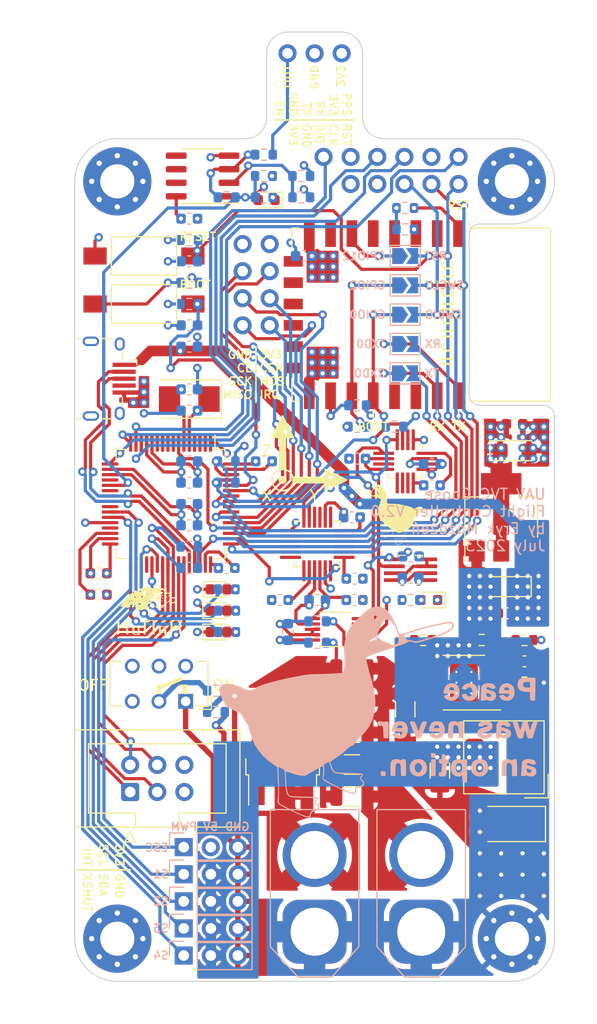
<source format=kicad_pcb>
(kicad_pcb (version 20211014) (generator pcbnew)
  (layers (0 "F.Cu" signal) (1 "In1.Cu" signal) (2 "In2.Cu" signal) (31 "B.Cu" signal) (34 "B.Paste" user) (35 "F.Paste" user) (36 "B.SilkS" user "B.Silkscreen") (37 "F.SilkS" user "F.Silkscreen") (38 "B.Mask" user) (39 "F.Mask" user) (44 "Edge.Cuts" user))
  (net 0 "")
  (net 1 "Net-(D1-Pad2)")
  (net 2 "GND")
  (net 3 "+5V")
  (net 4 "+3.3V")
  (net 5 "VBUS")
  (net 6 "/ucontroller/RESET")
  (net 7 "/ucontroller/BOOT0")
  (net 8 "/ucontroller/VCAP1")
  (net 9 "/ucontroller/PH0")
  (net 10 "/ucontroller/PH1")
  (net 11 "/sensors/MAG_SETP")
  (net 12 "/sensors/MAG_SETC")
  (net 13 "/sensors/MAG_C1")
  (net 14 "/sensors/IMU_REGOUT")
  (net 15 "/sensors/IMU_CPOUT")
  (net 16 "/power/BST")
  (net 17 "Net-(D3-Pad2)")
  (net 18 "/power/SW")
  (net 19 "/power/COMP")
  (net 20 "Net-(C7-Pad2)")
  (net 21 "/power/PWM_SERVO1")
  (net 22 "/power/PWM_SERVO2")
  (net 23 "/power/PWM_SERVO3")
  (net 24 "/power/PWM_SERVO4")
  (net 25 "/power/VIN-")
  (net 26 "/power/VIN+")
  (net 27 "/ucontroller/USB_D-")
  (net 28 "/ucontroller/USB_D+")
  (net 29 "Net-(D4-Pad2)")
  (net 30 "Net-(D5-Pad2)")
  (net 31 "/ucontroller/SWCLK")
  (net 32 "/ucontroller/SWDIO")
  (net 33 "/ucontroller/ESP_GPIO1_TXD0")
  (net 34 "/ucontroller/ESP_UART1_RX")
  (net 35 "/ucontroller/ESP_GPIO3_RXD0")
  (net 36 "/ucontroller/ESP_UART1_TX")
  (net 37 "/ucontroller/ESP_GPIO0")
  (net 38 "/ucontroller/ESP_GPIO2")
  (net 39 "/ucontroller/ESP_GPIO12")
  (net 40 "/ucontroller/ESP_RST")
  (net 41 "/ucontroller/ESP_EN")
  (net 42 "/ucontroller/LED_R")
  (net 43 "/ucontroller/LED_G")
  (net 44 "/ucontroller/LED_B")
  (net 45 "/sensors/HALL")
  (net 46 "/sensors/HALL_REF")
  (net 47 "/sensors/HALL_OUT")
  (net 48 "Net-(D6-Pad1)")
  (net 49 "/power/BATTERY_IN")
  (net 50 "/power/PWM_ESC")
  (net 54 "/power/MOSFET_GATE")
  (net 55 "/power/SUPPLY")
  (net 56 "Net-(R2-Pad2)")
  (net 57 "/power/FREQ")
  (net 58 "/power/FB")
  (net 59 "Net-(R15-Pad1)")
  (net 60 "/sensors/IMU_INT")
  (net 64 "/sensors/MAG_INT")
  (net 76 "/ucontroller/NRF_CE")
  (net 77 "/ucontroller/NRF_CSN")
  (net 86 "/ucontroller/ESP_GPIO15")
  (net 87 "/sensors/COMP_P")
  (net 105 "/ucontroller/NRF_SCK")
  (net 106 "/ucontroller/NRF_MOSI")
  (net 109 "/ucontroller/NRF_MISO")
  (net 110 "/ucontroller/NRF_IRQ")
  (net 111 "/ucontroller/GPS_PPS")
  (net 112 "/ucontroller/GPS_RX")
  (net 113 "/ucontroller/GPS_TX")
  (net 114 "/ucontroller/GPS_EN")
  (net 115 "/ucontroller/VLX_XSHUT")
  (net 116 "/ucontroller/VLX_INT")
  (net 117 "/ucontroller/VLX_SDA")
  (net 118 "/ucontroller/VLX_SCL")
  (net 119 "/power/SENSOR_I2C_SCL")
  (net 120 "/power/SENSOR_I2C_SDA")
  (footprint "Package_TO_SOT_SMD:TO-252-2" (layer "F.Cu") (at 143.5 133.175 90)
    (fp_text reference "Q1")
    (fp_text value "IRFR5305")
  )
  (footprint "LOGO" (layer "F.Cu") (at 130.984455 120.728898)
    (fp_text reference "G***")
    (fp_text value "LOGO" hide)
  )
  (footprint "goose:tht_pin_01x06" (layer "F.Cu") (at 147.34 77.71 -90)
    (fp_text reference "J10")
    (fp_text value "Conn_01x06")
  )
  (footprint "LED_SMD:LED_0603_1608Metric" (layer "F.Cu") (at 157.25 119.25 180)
    (fp_text reference "D1")
    (fp_text value "LED")
  )
  (footprint "Package_SO:SOIC-8-1EP_3.9x4.9mm_P1.27mm_EP2.62x3.51mm_ThermalVias" (layer "F.Cu") (at 160.5 127 180)
    (fp_text reference "U2")
    (fp_text value "MP1584")
  )
  (footprint "Package_QFP:LQFP-64_10x10mm_P0.5mm" (layer "F.Cu") (at 133 110.25 -90)
    (fp_text reference "U4")
    (fp_text value "STM32F411RETx")
  )
  (footprint "Resistor_SMD:R_1206_3216Metric" (layer "F.Cu") (at 150 134.675 180)
    (fp_text reference "R8")
    (fp_text value "10m")
  )
  (footprint "LOGO" (layer "F.Cu") (at 152.378499 111.250056)
    (fp_text reference "G***")
    (fp_text value "LOGO" hide)
  )
  (footprint "Capacitor_SMD:C_0603_1608Metric" (layer "F.Cu") (at 164.5 120.5 180)
    (fp_text reference "C1")
    (fp_text value "100n")
  )
  (footprint "Connector_IDC:IDC-Header_2x03_P2.54mm_Vertical" (layer "F.Cu") (at 129.21 137.25 90)
    (fp_text reference "J11")
    (fp_text value "Conn_02x03_Odd_Even")
  )
  (footprint "MountingHole:MountingHole_3.2mm_M3_Pad_Via" (layer "F.Cu") (at 165 80)
    (fp_text reference "H2")
    (fp_text value "MountingHole_Pad")
  )
  (footprint "goose:usb_micro_B_druk_II" (layer "F.Cu") (at 125.525 98.5 -90)
    (fp_text reference "J8")
    (fp_text value "USB_B_Micro")
  )
  (footprint "Capacitor_Tantalum_SMD:CP_EIA-3216-18_Kemet-A" (layer "F.Cu") (at 165.25 105.25)
    (fp_text reference "C3")
    (fp_text value "4u7")
  )
  (footprint "Resistor_SMD:R_1206_3216Metric" (layer "F.Cu") (at 150 137.675 180)
    (fp_text reference "R10")
    (fp_text value "10m")
  )
  (footprint "Capacitor_SMD:C_0603_1608Metric" (layer "F.Cu") (at 126.25 118.75)
    (fp_text reference "C15")
    (fp_text value "4u7")
  )
  (footprint "Crystal:Crystal_SMD_5032-2Pin_5.0x3.2mm" (layer "F.Cu") (at 134.75 100.4125 180)
    (fp_text reference "Y1")
    (fp_text value "8MHz")
  )
  (footprint "Capacitor_SMD:C_0603_1608Metric" (layer "F.Cu") (at 158.25 131.25)
    (fp_text reference "C6")
    (fp_text value "100n")
  )
  (footprint "goose:tht_pin_01x05" (layer "F.Cu") (at 149.88 80.25 -90)
    (fp_text reference "J12")
    (fp_text value "Conn_01x05")
  )
  (footprint "Resistor_SMD:R_1206_3216Metric" (layer "F.Cu") (at 150 125.675 180)
    (fp_text reference "R5")
    (fp_text value "10m")
  )
  (footprint "Capacitor_SMD:C_0603_1608Metric" (layer "F.Cu") (at 126.25 116.75 180)
    (fp_text reference "C19")
    (fp_text value "100n")
  )
  (footprint "Diode_SMD:D_SMA" (layer "F.Cu") (at 164.75 140.25 180)
    (fp_text reference "D2")
    (fp_text value "SS34")
  )
  (footprint "Capacitor_SMD:C_0603_1608Metric" (layer "F.Cu") (at 166.175 125)
    (fp_text reference "C7")
    (fp_text value "150p")
  )
  (footprint "goose:qmc5883l_hand_solder" (layer "F.Cu") (at 155 106.25)
    (fp_text reference "U10")
    (fp_text value "HMC5883L")
  )
  (footprint "Package_SO:SOIC-8_3.9x4.9mm_P1.27mm" (layer "F.Cu") (at 136 79.5 180)
    (fp_text reference "U9")
    (fp_text value "LM393")
  )
  (footprint "MountingHole:MountingHole_3.2mm_M3_Pad_Via" (layer "F.Cu") (at 128 151)
    (fp_text reference "H3")
    (fp_text value "MountingHole_Pad")
  )
  (footprint "goose:tht_pin_02x04" (layer "F.Cu") (at 139.75 93.5)
    (fp_text reference "J9")
    (fp_text value "Conn_02x04_Odd_Even")
  )
  (footprint "goose:bmp280_hand_solder" (layer "F.Cu") (at 155.5 116.4125 180)
    (fp_text reference "U6")
    (fp_text value "BMP280")
  )
  (footprint "Button_Switch_THT:SW_CuK_JS202011CQN_DPDT_Straight" (layer "F.Cu") (at 134.4075 128.75 180)
    (fp_text reference "SW1")
    (fp_text value "SW_Push_SPDT")
  )
  (footprint "Resistor_SMD:R_0603_1608Metric" (layer "F.Cu") (at 162.175 123)
    (fp_text reference "R14")
    (fp_text value "39k")
  )
  (footprint "Capacitor_Tantalum_SMD:CP_EIA-3216-18_Kemet-A" (layer "F.Cu") (at 164.5 118 180)
    (fp_text reference "C2")
    (fp_text value "4u7")
  )
  (footprint "MountingHole:MountingHole_3.2mm_M3_Pad_Via" (layer "F.Cu") (at 165 151)
    (fp_text reference "H4")
    (fp_text value "MountingHole_Pad")
  )
  (footprint "Capacitor_SMD:C_0603_1608Metric" (layer "F.Cu") (at 165.25 102.75)
    (fp_text reference "C4")
    (fp_text value "100n")
  )
  (footprint "Capacitor_SMD:C_1206_3216Metric" (layer "F.Cu") (at 158.25 135.25 90)
    (fp_text reference "C8")
    (fp_text value "22u/25V")
  )
  (footprint "Resistor_SMD:R_1206_3216Metric" (layer "F.Cu") (at 150 128.675 180)
    (fp_text reference "R6")
    (fp_text value "10m")
  )
  (footprint "Button_Switch_SMD:SW_SPST_FSMSM" (layer "F.Cu") (at 130.5 91.5)
    (fp_text reference "SW3")
    (fp_text value "SW_Push")
  )
  (footprint "RF_Module:ESP-12E" (layer "F.Cu") (at 156.5 92.5 -90)
    (fp_text reference "U5")
    (fp_text value "ESP-12E")
  )
  (footprint "MountingHole:MountingHole_3.2mm_M3_Pad_Via" (layer "F.Cu") (at 128 80)
    (fp_text reference "H1")
    (fp_text value "MountingHole_Pad")
  )
  (footprint "Button_Switch_SMD:SW_SPST_FSMSM" (layer "F.Cu") (at 130.5 87)
    (fp_text reference "SW2")
    (fp_text value "SW_Push")
  )
  (footprint "LED_SMD:LED_0603_1608Metric" (layer "F.Cu") (at 137.5 118.25)
    (fp_text reference "D3")
    (fp_text value "LED")
  )
  (footprint "Resistor_SMD:R_0603_1608Metric" (layer "F.Cu") (at 166.175 123)
    (fp_text reference "R13")
    (fp_text value "200k")
  )
  (footprint "Resistor_SMD:R_0603_1608Metric" (layer "F.Cu") (at 156.675 123)
    (fp_text reference "R3")
    (fp_text value "100k")
  )
  (footprint "Capacitor_SMD:C_1206_3216Metric" (layer "F.Cu") (at 155 129.5 90)
    (fp_text reference "C5")
    (fp_text value "10u/50V")
  )
  (footprint "Resistor_SMD:R_1206_3216Metric" (layer "F.Cu") (at 150 131.675 180)
    (fp_text reference "R7")
    (fp_text value "10m")
  )
  (footprint "LED_SMD:LED_0603_1608Metric" (layer "F.Cu") (at 137.5 122.25)
    (fp_text reference "D5")
    (fp_text value "LED")
  )
  (footprint "LED_SMD:LED_0603_1608Metric" (layer "F.Cu") (at 142 81.75 180)
    (fp_text reference "D6")
    (fp_text value "LED")
  )
  (footprint "LED_SMD:LED_0603_1608Metric" (layer "F.Cu") (at 137.5 120.25)
    (fp_text reference "D4")
    (fp_text value "LED")
  )
  (footprint "Package_SO:VSSOP-10_3x3mm_P0.5mm" (layer "F.Cu") (at 148.5 122 180)
    (fp_text reference "U3")
    (fp_text value "INA226")
  )
  (footprint "Resistor_SMD:R_0603_1608Metric" (layer "F.Cu") (at 166.175 127)
    (fp_text reference "R9")
    (fp_text value "100k")
  )
  (footprint "Package_TO_SOT_SMD:SOT-223-3_TabPin2" (layer "F.Cu") (at 164 111.5 90)
    (fp_text reference "U1")
    (fp_text value "LM1117-3.3")
  )
  (footprint "goose:tht_pin_01x03" (layer "F.Cu") (at 143.96 68 -90)
    (fp_text reference "U7")
    (fp_text value "CS49E")
  )
  (footprint "Inductor_SMD:L_AVX_LMLP07A7" (layer "F.Cu") (at 164.25 134 180)
    (fp_text reference "L1")
    (fp_text value "22u")
  )
  (footprint "goose:mpu6050_hand_solder" (layer "F.Cu") (at 146.75 114)
    (fp_text reference "U8")
    (fp_text value "MPU-6050")
  )
  (footprint "Capacitor_SMD:C_0603_1608Metric" (layer "B.Cu") (at 134.75 83.5)
    (fp_text reference "C33")
    (fp_text value "100n")
  )
  (footprint "Resistor_SMD:R_0603_1608Metric" (layer "B.Cu") (at 150.5 103)
    (fp_text reference "R28")
    (fp_text value "4k7")
  )
  (footprint "Resistor_SMD:R_0603_1608Metric" (layer "B.Cu") (at 138.2875 120.25 180)
    (fp_text reference "R20")
    (fp_text value "1k")
  )
  (footprint "Resistor_SMD:R_0603_1608Metric" (layer "B.Cu") (at 134.75 114.25 180)
    (fp_text reference "R22")
    (fp_text value "4k7")
  )
  (footprint "Connector_AMASS:AMASS_XT60-F_1x02_P7.20mm_Vertical" (layer "B.Cu") (at 156.5 150.35 90)
    (fp_text reference "J7")
    (fp_text value "Conn_01x02")
  )
  (footprint "Capacitor_SMD:C_0603_1608Metric" (layer "B.Cu") (at 157.5 108.5)
    (fp_text reference "C34")
    (fp_text value "220n")
  )
  (footprint "Resistor_SMD:R_0603_1608Metric" (layer "B.Cu") (at 155 82.5)
    (fp_text reference "R26")
    (fp_text value "4k7")
  )
  (footprint "Resistor_SMD:R_0603_1608Metric" (layer "B.Cu") (at 137.25 129.75 180)
    (fp_text reference "R1")
    (fp_text value "10k")
  )
  (footprint "Capacitor_SMD:C_0603_1608Metric" (layer "B.Cu") (at 134.75 99.5)
    (fp_text reference "C13")
    (fp_text value "22p")
  )
  (footprint "Resistor_SMD:R_0603_1608Metric" (layer "B.Cu") (at 141.75 77.5 180)
    (fp_text reference "R32")
    (fp_text value "1k5")
  )
  (footprint "Connector_PinHeader_2.54mm:PinHeader_1x03_P2.54mm_Vertical" (layer "B.Cu") (at 134.225 142.42 -90)
    (fp_text reference "J6")
    (fp_text value "Conn_01x03")
  )
  (footprint "Connector_AMASS:AMASS_XT60-M_1x02_P7.20mm_Vertical" (layer "B.Cu") (at 146.5 150.35 90)
    (fp_text reference "J1")
    (fp_text value "Conn_01x02")
  )
  (footprint "Resistor_SMD:R_0603_1608Metric" (layer "B.Cu") (at 137.25 127.75 180)
    (fp_text reference "R2")
    (fp_text value "1k")
  )
  (footprint "Capacitor_SMD:C_0603_1608Metric" (layer "B.Cu") (at 155.5 117.1625 180)
    (fp_text reference "C26")
    (fp_text value "100n")
  )
  (footprint "Resistor_SMD:R_0603_1608Metric" (layer "B.Cu") (at 138.25 118.25 180)
    (fp_text reference "R19")
    (fp_text value "1k")
  )
  (footprint "Jumper:SolderJumper-2_P1.3mm_Open_TrianglePad1.0x1.5mm" (layer "B.Cu") (at 154.975 98)
    (fp_text reference "JP2")
    (fp_text value " ")
  )
  (footprint "Resistor_SMD:R_0603_1608Metric" (layer "B.Cu") (at 150.5 101)
    (fp_text reference "R27")
    (fp_text value "4k7")
  )
  (footprint "Connector_PinHeader_2.54mm:PinHeader_1x03_P2.54mm_Vertical" (layer "B.Cu") (at 134.225 147.5 -90)
    (fp_text reference "J3")
    (fp_text value "Conn_01x03")
  )
  (footprint "Resistor_SMD:R_0603_1608Metric" (layer "B.Cu") (at 138.25 108.25 180)
    (fp_text reference "R23")
    (fp_text value "4k7")
  )
  (footprint "Capacitor_SMD:C_0603_1608Metric" (layer "B.Cu") (at 134.75 106.25)
    (fp_text reference "C20")
    (fp_text value "1u")
  )
  (footprint "Resistor_SMD:R_0603_1608Metric" (layer "B.Cu") (at 141.75 79.5)
    (fp_text reference "R34")
    (fp_text value "100k")
  )
  (footprint "Resistor_SMD:R_0603_1608Metric" (layer "B.Cu") (at 155 84.5)
    (fp_text reference "R25")
    (fp_text value "4k7")
  )
  (footprint "Capacitor_SMD:C_0603_1608Metric" (layer "B.Cu") (at 146.75 119.25)
    (fp_text reference "C10")
    (fp_text value "100n")
  )
  (footprint "Resistor_SMD:R_0603_1608Metric" (layer "B.Cu") (at 141.75 81.5)
    (fp_text reference "R35")
    (fp_text value "1k")
  )
  (footprint "Capacitor_SMD:C_0603_1608Metric" (layer "B.Cu") (at 144 122.25 -90)
    (fp_text reference "C9")
    (fp_text value "100n")
  )
  (footprint "Jumper:SolderJumper-2_P1.3mm_Open_TrianglePad1.0x1.5mm" (layer "B.Cu") (at 155 87)
    (fp_text reference "JP5")
    (fp_text value " ")
  )
  (footprint "Resistor_SMD:R_0603_1608Metric" (layer "B.Cu") (at 134.75 91.5)
    (fp_text reference "R17")
    (fp_text value "470k")
  )
  (footprint "Capacitor_SMD:C_0603_1608Metric" (layer "B.Cu") (at 134.75 101.5 180)
    (fp_text reference "C11")
    (fp_text value "22p")
  )
  (footprint "Resistor_SMD:R_0603_1608Metric" (layer "B.Cu") (at 146.75 121.25 180)
    (fp_text reference "R12")
    (fp_text value "10")
  )
  (footprint "Capacitor_SMD:C_0603_1608Metric" (layer "B.Cu") (at 150.25 117.25)
    (fp_text reference "C28")
    (fp_text value "100n")
  )
  (footprint "Capacitor_SMD:C_0603_1608Metric" (layer "B.Cu") (at 157.5 106.5 180)
    (fp_text reference "C31")
    (fp_text value "4u7")
  )
  (footprint "Capacitor_SMD:C_0603_1608Metric" (layer "B.Cu") (at 134.75 108.25)
    (fp_text reference "C18")
    (fp_text value "100n")
  )
  (footprint "Resistor_SMD:R_0603_1608Metric" (layer "B.Cu") (at 154 103 180)
    (fp_text reference "R29")
    (fp_text value "4k7")
  )
  (footprint "Capacitor_SMD:C_0603_1608Metric" (layer "B.Cu") (at 134.75 112.25)
    (fp_text reference "C17")
    (fp_text value "100n")
  )
  (footprint "Jumper:SolderJumper-2_P1.3mm_Open_TrianglePad1.0x1.5mm" (layer "B.Cu") (at 155 89.75)
    (fp_text reference "JP4")
    (fp_text value " ")
  )
  (footprint "Connector_PinHeader_2.54mm:PinHeader_1x03_P2.54mm_Vertical" (layer "B.Cu") (at 134.225 150.04 -90)
    (fp_text reference "J4")
    (fp_text value "Conn_01x03")
  )
  (footprint "Resistor_SMD:R_0603_1608Metric" (layer "B.Cu") (at 134.75 85.5)
    (fp_text reference "R16")
    (fp_text value "4k7")
  )
  (footprint "Capacitor_SMD:C_0603_1608Metric" (layer "B.Cu") (at 150.5 106 180)
    (fp_text reference "C32")
    (fp_text value "100n")
  )
  (footprint "Capacitor_SMD:C_0603_1608Metric" (layer "B.Cu") (at 155.525 115.1625 180)
    (fp_text reference "C25")
    (fp_text value "100n")
  )
  (footprint "Capacitor_SMD:C_0603_1608Metric" (layer "B.Cu") (at 134.75 110.25)
    (fp_text reference "C16")
    (fp_text value "4u7")
  )
  (footprint "Resistor_SMD:R_0603_1608Metric" (layer "B.Cu") (at 138.25 106.25 180)
    (fp_text reference "R24")
    (fp_text value "4k7")
  )
  (footprint "Capacitor_SMD:C_0603_1608Metric" (layer "B.Cu") (at 134.75 95.5)
    (fp_text reference "C23")
    (fp_text value "100n")
  )
  (footprint "Connector_PinHeader_2.54mm:PinHeader_1x03_P2.54mm_Vertical" (layer "B.Cu") (at 134.225 152.58 -90)
    (fp_text reference "J5")
    (fp_text value "Conn_01x03")
  )
  (footprint "Capacitor_SMD:C_0603_1608Metric" (layer "B.Cu") (at 143.25 119.25 180)
    (fp_text reference "C27")
    (fp_text value "100n")
  )
  (footprint "Capacitor_SMD:C_0603_1608Metric" (layer "B.Cu") (at 145.5 87 180)
    (fp_text reference "C24")
    (fp_text value "100n")
  )
  (footprint "Resistor_SMD:R_0603_1608Metric" (layer "B.Cu") (at 145.25 79.5 180)
    (fp_text reference "R30")
    (fp_text value "100k")
  )
  (footprint "Capacitor_SMD:C_0603_1608Metric" (layer "B.Cu") (at 141.75 106.25)
    (fp_text reference "C22")
    (fp_text value "100n")
  )
  (footprint "Resistor_SMD:R_0603_1608Metric" (layer "B.Cu") (at 134.75 89.5)
    (fp_text reference "R15")
    (fp_text value "4k7")
  )
  (footprint "Capacitor_SMD:C_0603_1608Metric" (layer "B.Cu") (at 150.25 119.25)
    (fp_text reference "C29")
    (fp_text value "100n")
  )
  (footprint "Resistor_SMD:R_0603_1608Metric" (layer "B.Cu") (at 138.2875 122.25 180)
    (fp_text reference "R21")
    (fp_text value "1k")
  )
  (footprint "Capacitor_SMD:C_0603_1608Metric" (layer "B.Cu") (at 150 111.5)
    (fp_text reference "C30")
    (fp_text value "2n2")
  )
  (footprint "Connector_PinHeader_2.54mm:PinHeader_1x03_P2.54mm_Vertical" (layer "B.Cu") (at 134.225 144.96 -90)
    (fp_text reference "J2")
    (fp_text value "Conn_01x03")
  )
  (footprint "Resistor_SMD:R_0603_1608Metric" (layer "B.Cu") (at 145.25 81.5)
    (fp_text reference "R31")
    (fp_text value "100k")
  )
  (footprint "Jumper:SolderJumper-2_P1.3mm_Open_TrianglePad1.0x1.5mm" (layer "B.Cu") (at 155 92.5)
    (fp_text reference "JP3")
    (fp_text value " ")
  )
  (footprint "Resistor_SMD:R_0603_1608Metric" (layer "B.Cu") (at 138.25 81.5)
    (fp_text reference "R33")
    (fp_text value "100k")
  )
  (footprint "Capacitor_SMD:C_0603_1608Metric" (layer "B.Cu") (at 134.75 93.5 180)
    (fp_text reference "C14")
    (fp_text value "100n")
  )
  (footprint "Capacitor_SMD:C_0603_1608Metric" (layer "B.Cu") (at 134.75 87.5 180)
    (fp_text reference "C12")
    (fp_text value "100n")
  )
  (footprint "Capacitor_SMD:C_0603_1608Metric" (layer "B.Cu") (at 138.25 116.25)
    (fp_text reference "C21")
    (fp_text value "100n")
  )
  (footprint "LOGO" (layer "B.Cu") (at 152.5 129.75 180)
    (fp_text reference "G***")
    (fp_text value "LOGO" hide)
  )
  (footprint "Resistor_SMD:R_0603_1608Metric" (layer "B.Cu") (at 155.5 119.25)
    (fp_text reference "R4")
    (fp_text value "1k")
  )
  (footprint "Resistor_SMD:R_0603_1608Metric" (layer "B.Cu") (at 146.75 123.25 180)
    (fp_text reference "R11")
    (fp_text value "10")
  )
  (footprint "Resistor_SMD:R_0603_1608Metric" (layer "B.Cu") (at 134.75 116.25 180)
    (fp_text reference "R18")
    (fp_text value "4k7")
  )
  (footprint "Jumper:SolderJumper-2_P1.3mm_Open_TrianglePad1.0x1.5mm" (layer "B.Cu") (at 155 95.25)
    (fp_text reference "JP1")
    (fp_text value " ")
  )
  (gr_rect (start 134.5 127.25) (end 134 127.5) (layer "F.SilkS") (width 0.15) (fill solid))
  (gr_poly (pts (xy 144.5 104) (xy 142.5 104) (xy 143.5 102)) (layer "F.SilkS") (width 0.15) (fill solid))
  (gr_rect (start 131.75 128) (end 132 127.25) (layer "F.SilkS") (width 0.15) (fill solid))
  (gr_poly (pts (xy 147.5 108.25) (xy 144.5 108.25) (xy 144.5 107.75) (xy 147.5 107.75)) (layer "F.SilkS") (width 0.15) (fill solid))
  (gr_poly (pts (xy 143.75 107) (xy 143.25 107) (xy 143.25 104) (xy 143.75 104)) (layer "F.SilkS") (width 0.15) (fill solid))
  (gr_poly (pts (xy 149.5 108) (xy 147.5 109) (xy 147.5 107)) (layer "F.SilkS") (width 0.15) (fill solid))
  (gr_line (start 129.2 144.55) (end 124.2 144.55) (layer "F.SilkS") (width 0.15))
  (gr_poly (pts (xy 134 126.75) (xy 132.25 127.5) (xy 132.25 127.25) (xy 134 126.5)) (layer "F.SilkS") (width 0.15) (fill solid))
  (gr_circle (center 143.5 108) (end 143.8 108) (layer "F.SilkS") (width 0.15) (fill solid))
  (gr_line (start 160 101.5) (end 160 102.25) (layer "F.SilkS") (width 0.15))
  (gr_circle (center 143.5 108) (end 144.5 108) (layer "F.SilkS") (width 0.15) (fill none))
  (gr_line (start 158 101.5) (end 158 102.25) (layer "F.SilkS") (width 0.15))
  (gr_line (start 141 95.5) (end 141 100.75) (layer "F.SilkS") (width 0.15))
  (gr_rect (start 134.5 128) (end 134.25 127.25) (layer "F.SilkS") (width 0.15) (fill solid))
  (gr_line (start 142.75 74.25) (end 150.25 74.25) (layer "F.SilkS") (width 0.15))
  (gr_line (start 160 82.75) (end 160 83.5) (layer "F.SilkS") (width 0.15))
  (gr_line (start 152 101.5) (end 152 102.25) (layer "F.SilkS") (width 0.15))
  (gr_rect (start 132 127.25) (end 132.25 127.5) (layer "F.SilkS") (width 0.15) (fill solid))
  (gr_arc (start 149 66) (mid 150.414214 66.585786) (end 151 68) (layer "Edge.Cuts") (width 0.1))
  (gr_line (start 151 68) (end 151 74) (layer "Edge.Cuts") (width 0.1))
  (gr_line (start 128 76) (end 140 76) (layer "Edge.Cuts") (width 0.1))
  (gr_line (start 149 66) (end 144 66) (layer "Edge.Cuts") (width 0.1))
  (gr_line (start 124 80) (end 124 151) (layer "Edge.Cuts") (width 0.1))
  (gr_arc (start 128 155) (mid 125.171573 153.828427) (end 124 151) (layer "Edge.Cuts") (width 0.1))
  (gr_arc (start 165 76) (mid 169 80) (end 165 84) (layer "Edge.Cuts") (width 0.1))
  (gr_line (start 161 100) (end 161.000001 85) (layer "Edge.Cuts") (width 0.1))
  (gr_arc (start 168 101) (mid 168.707107 101.292893) (end 169 102) (layer "Edge.Cuts") (width 0.1))
  (gr_line (start 153 76) (end 165 76) (layer "Edge.Cuts") (width 0.1))
  (gr_line (start 142 68) (end 142 74) (layer "Edge.Cuts") (width 0.1))
  (gr_arc (start 153 76) (mid 151.585786 75.414214) (end 151 74) (layer "Edge.Cuts") (width 0.1))
  (gr_line (start 168 101) (end 162 101) (layer "Edge.Cuts") (width 0.1))
  (gr_arc (start 142 68) (mid 142.585786 66.585786) (end 144 66) (layer "Edge.Cuts") (width 0.1))
  (gr_line (start 128 155) (end 165 155) (layer "Edge.Cuts") (width 0.1))
  (gr_line (start 169 151) (end 169 102) (layer "Edge.Cuts") (width 0.1))
  (gr_line (start 165 84) (end 162 84.000001) (layer "Edge.Cuts") (width 0.1))
  (gr_arc (start 162 101) (mid 161.292893 100.707107) (end 161 100) (layer "Edge.Cuts") (width 0.1))
  (gr_arc (start 169 151) (mid 167.828427 153.828427) (end 165 155) (layer "Edge.Cuts") (width 0.1))
  (gr_arc (start 142 74) (mid 141.414214 75.414214) (end 140 76) (layer "Edge.Cuts") (width 0.1))
  (gr_arc (start 161.000001 85) (mid 161.292894 84.292894) (end 162 84.000001) (layer "Edge.Cuts") (width 0.1))
  (gr_arc (start 124 80) (mid 125.171573 77.171573) (end 128 76) (layer "Edge.Cuts") (width 0.1))
  (gr_text "ESC" (at 132.865 142.46) (layer "B.SilkS") (effects (font (size 0.75 0.75)) (justify left mirror)))
  (gr_text "5V" (at 136.75 140.5) (layer "B.SilkS") (effects (font (size 0.75 0.75)) (justify mirror)))
  (gr_text "RST" (at 156.75 87) (layer "B.SilkS") (effects (font (size 0.75 0.75)) (justify right mirror)))
  (gr_text "UAV TVC Goose\nFlight Controller V2.0\nby Eryk Możdżeń\nJuly 2023" (at 168.25 111.75) (layer "B.SilkS") (effects (font (size 1 1)) (justify left mirror)))
  (gr_text "S3" (at 132.895 150.04) (layer "B.SilkS") (effects (font (size 0.75 0.75)) (justify left mirror)))
  (gr_text "GPIO0" (at 153.25 92.5) (layer "B.SilkS") (effects (font (size 0.75 0.75)) (justify left mirror)))
  (gr_text "RX" (at 156.75 95.25) (layer "B.SilkS") (effects (font (size 0.75 0.75)) (justify right mirror)))
  (gr_text "S4" (at 132.895 152.58) (layer "B.SilkS") (effects (font (size 0.75 0.75)) (justify left mirror)))
  (gr_text "GND" (at 139.25 140.5) (layer "B.SilkS") (effects (font (size 0.75 0.75)) (justify mirror)))
  (gr_text "GPIO12" (at 153.25 87) (layer "B.SilkS") (effects (font (size 0.75 0.75)) (justify left mirror)))
  (gr_text "TX" (at 156.75 98) (layer "B.SilkS") (effects (font (size 0.75 0.75)) (justify right mirror)))
  (gr_text "GPIO2" (at 153.25 89.75) (layer "B.SilkS") (effects (font (size 0.75 0.75)) (justify left mirror)))
  (gr_text "S2" (at 132.895 147.5) (layer "B.SilkS") (effects (font (size 0.75 0.75)) (justify left mirror)))
  (gr_text "SWDIO" (at 156.75 92.5) (layer "B.SilkS") (effects (font (size 0.75 0.75)) (justify right mirror)))
  (gr_text "TXD0" (at 153.25 95.25) (layer "B.SilkS") (effects (font (size 0.75 0.75)) (justify left mirror)))
  (gr_text "PWM" (at 134.25 140.5) (layer "B.SilkS") (effects (font (size 0.75 0.75)) (justify mirror)))
  (gr_text "S1" (at 132.895 144.96) (layer "B.SilkS") (effects (font (size 0.75 0.75)) (justify left mirror)))
  (gr_text "SWCLK" (at 156.75 89.75) (layer "B.SilkS") (effects (font (size 0.75 0.75)) (justify right mirror)))
  (gr_text "RXD0" (at 153.25 98) (layer "B.SilkS") (effects (font (size 0.75 0.75)) (justify left mirror)))
  (gr_text "GND" (at 144.5 74 270) (layer "F.SilkS") (effects (font (size 0.75 0.75)) (justify right)))
  (gr_text "GND" (at 146.5 69 90) (layer "F.SilkS") (effects (font (size 0.75 0.75)) (justify right)))
  (gr_text "SCL" (at 126.7 144.3 270) (layer "F.SilkS") (effects (font (size 0.75 0.75)) (justify right)))
  (gr_text "RX" (at 147 74 270) (layer "F.SilkS") (effects (font (size 0.75 0.75)) (justify right)))
  (gr_text "SCK" (at 140.75 98.75) (layer "F.SilkS") (effects (font (size 0.75 0.75)) (justify right)))
  (gr_text "GND" (at 145.75 74.5 270) (layer "F.SilkS") (effects (font (size 0.75 0.75)) (justify left)))
  (gr_text "ON" (at 138 127.25) (layer "F.SilkS") (effects (font (size 1 1))))
  (gr_text "3V3" (at 149 69 90) (layer "F.SilkS") (effects (font (size 0.75 0.75)) (justify right)))
  (gr_text "Y" (at 146.5 109.5) (layer "F.SilkS") (effects (font (size 1 1))))
  (gr_text "3V3" (at 148.25 74 270) (layer "F.SilkS") (effects (font (size 0.75 0.75)) (justify right)))
  (gr_text "GND" (at 128.2 144.8 270) (layer "F.SilkS") (effects (font (size 0.75 0.75)) (justify left)))
  (gr_text "TX" (at 145.75 74 270) (layer "F.SilkS") (effects (font (size 0.75 0.75)) (justify right)))
  (gr_text "CE" (at 140.75 97.5) (layer "F.SilkS") (effects (font (size 0.75 0.75)) (justify right)))
  (gr_text "SDA" (at 126.7 144.8 270) (layer "F.SilkS") (effects (font (size 0.75 0.75)) (justify left)))
  (gr_text "BOOT" (at 152 103) (layer "F.SilkS") (effects (font (size 0.75 0.75))))
  (gr_text "CSN" (at 141.25 97.5) (layer "F.SilkS") (effects (font (size 0.75 0.75)) (justify left)))
  (gr_text "3V3" (at 141.25 96.25) (layer "F.SilkS") (effects (font (size 0.75 0.75)) (justify left)))
  (gr_text "RESET" (at 133.75 85.19) (layer "F.SilkS") (effects (font (size 0.75 0.75)) (justify left)))
  (gr_text "EN" (at 143.25 74 270) (layer "F.SilkS") (effects (font (size 0.75 0.75)) (justify right)))
  (gr_text "3V3" (at 144.5 74.5 270) (layer "F.SilkS") (effects (font (size 0.75 0.75)) (justify left)))
  (gr_text "RST" (at 149.5 74.5 270) (layer "F.SilkS") (effects (font (size 0.75 0.75)) (justify left)))
  (gr_text "RST" (at 160 82.25) (layer "F.SilkS") (effects (font (size 0.75 0.75))))
  (gr_text "INT" (at 125.2 144.3 270) (layer "F.SilkS") (effects (font (size 0.75 0.75)) (justify right)))
  (gr_text "MISO" (at 140.75 100) (layer "F.SilkS") (effects (font (size 0.75 0.75)) (justify right)))
  (gr_text "GND" (at 140.75 96.25) (layer "F.SilkS") (effects (font (size 0.75 0.75)) (justify right)))
  (gr_text "OUT" (at 144 69 90) (layer "F.SilkS") (effects (font (size 0.75 0.75)) (justify right)))
  (gr_text "X" (at 142 109.5) (layer "F.SilkS") (effects (font (size 1 1))))
  (gr_text "RX" (at 158 103) (layer "F.SilkS") (effects (font (size 0.75 0.75))))
  (gr_text "IRQ" (at 141.25 100) (layer "F.SilkS") (effects (font (size 0.75 0.75)) (justify left)))
  (gr_text "3V3" (at 128.2 144.3 270) (layer "F.SilkS") (effects (font (size 0.75 0.75)) (justify right)))
  (gr_text "CLK" (at 148.25 74.5 270) (layer "F.SilkS") (effects (font (size 0.75 0.75)) (justify left)))
  (gr_text "TX" (at 160 103) (layer "F.SilkS") (effects (font (size 0.75 0.75))))
  (gr_text "JLCJLCJLCJLC" (at 159 92.5 90) (layer "F.SilkS") (effects (font (size 1 1) (thickness 0.2))))
  (gr_text "OFF" (at 125.75 127.25) (layer "F.SilkS") (effects (font (size 1 1))))
  (gr_text "BOOT" (at 133.75 89.69) (layer "F.SilkS") (effects (font (size 0.75 0.75)) (justify left)))
  (gr_text "XSHUT" (at 125.2 144.8 270) (layer "F.SilkS") (effects (font (size 0.75 0.75)) (justify left)))
  (gr_text "DIO" (at 147 74.5 270) (layer "F.SilkS") (effects (font (size 0.75 0.75)) (justify left)))
  (gr_text "Z" (at 142 105.25) (layer "F.SilkS") (effects (font (size 1 1))))
  (gr_text "PPS" (at 149.5 74 270) (layer "F.SilkS") (effects (font (size 0.75 0.75)) (justify right)))
  (gr_text "MOSI" (at 141.25 98.75) (layer "F.SilkS") (effects (font (size 0.75 0.75)) (justify left)))
  (via (at 156.5 119.25) (size 0.8) (drill 0.4) (layers "F.Cu" "B.Cu") (net 1))
  (segment (start 144.75 112) (end 144.75 112.2375) (width 0.3) (layer "F.Cu") (net 2))
  (segment (start 153.25 121.5) (end 152.25 122.5) (width 0.3) (layer "F.Cu") (net 2))
  (segment (start 134.750489 110.500489) (end 135.5 111.25) (width 0.3) (layer "F.Cu") (net 2))
  (segment (start 134.75 106.5) (end 135.5 107.25) (width 0.3) (layer "F.Cu") (net 2))
  (segment (start 136.7125 118.25) (end 135.5 118.25) (width 0.3) (layer "F.Cu") (net 2))
  (segment (start 146.3 121.5) (end 145 121.5) (width 0.3) (layer "F.Cu") (net 2))
  (segment (start 125.91 87) (end 125.91 85.59) (width 0.3) (layer "F.Cu") (net 2))
  (segment (start 136.7125 122.25) (end 135.5 122.25) (width 0.3) (layer "F.Cu") (net 2))
  (segment (start 135.5 107.25) (end 135.525 107.25) (width 0.3) (layer "F.Cu") (net 2))
  (segment (start 137 140.185) (end 137 134) (width 0.5) (layer "F.Cu") (net 2))
  (segment (start 134.4075 131.4075) (end 134.4075 128.75) (width 0.5) (layer "F.Cu") (net 2))
  (segment (start 127.325 112) (end 125 112) (width 0.3) (layer "F.Cu") (net 2))
  (segment (start 127.325 107) (end 129.515901 107) (width 0.3) (layer "F.Cu") (net 2))
  (segment (start 146.5 116.5125) (end 146.5 118.25) (width 0.3) (layer "F.Cu") (net 2))
  (segment (start 150.75 112.5) (end 150.75 111.5) (width 0.3) (layer "F.Cu") (net 2))
  (segment (start 147.5 116.5125) (end 147.5 117.6755) (width 0.3) (layer "F.Cu") (net 2))
  (segment (start 155.925 116.7375) (end 155.275 117.3875) (width 0.3) (layer "F.Cu") (net 2))
  (segment (start 125.5 114.25) (end 125.5 116.75) (width 0.3) (layer "F.Cu") (net 2))
  (segment (start 155.275 117.3875) (end 153.975 117.3875) (width 0.3) (layer "F.Cu") (net 2))
  (segment (start 153.25 119.25) (end 153.25 121.5) (width 0.3) (layer "F.Cu") (net 2))
  (segment (start 138.475 77.595) (end 136.905 77.595) (width 0.3) (layer "F.Cu") (net 2))
  (segment (start 136.25 120.25) (end 135.5 119.5) (width 0.3) (layer "F.Cu") (net 2))
  (segment (start 157.025 107.025) (end 157.5 107.5) (width 0.3) (layer "F.Cu") (net 2))
  (segment (start 141.75 107) (end 142.5 106.25) (width 0.3) (layer "F.Cu") (net 2))
  (segment (start 136.25 115) (end 136.5 114.75) (width 0.3) (layer "F.Cu") (net 2))
  (segment (start 150.5 112.75) (end 149.2625 112.75) (width 0.3) (layer "F.Cu") (net 2))
  (segment (start 167 127) (end 168 127) (width 0.5) (layer "F.Cu") (net 2))
  (segment (start 155.700978 106) (end 155.450498 106.25048) (width 0.3) (layer "F.Cu") (net 2))
  (segment (start 150.7 123) (end 150.7 122.5) (width 0.3) (layer "F.Cu") (net 2))
  (segment (start 145.25 119.75) (end 146 119.75) (width 0.3) (layer "F.Cu") (net 2))
  (segment (start 152.25 122.5) (end 150.7 122.5) (width 0.3) (layer "F.Cu") (net 2))
  (segment (start 144.75 112.2375) (end 144.2375 112.75) (width 0.3) (layer "F.Cu") (net 2))
  (segment (start 153.975 117.3875) (end 154.600498 117.3875) (width 0.3) (layer "F.Cu") (net 2))
  (segment (start 125.91 85.59) (end 126.25 85.25) (width 0.3) (layer "F.Cu") (net 2))
  (segment (start 144.75 121.25) (end 144.75 120.25) (width 0.3) (layer "F.Cu") (net 2))
  (segment (start 146 118.75) (end 146 119.75) (width 0.3) (layer "F.Cu") (net 2))
  (segment (start 137.525 114.75) (end 139.025 116.25) (width 0.3) (layer "F.Cu") (net 2))
  (segment (start 146.5 118.25) (end 146 118.75) (width 0.3) (layer "F.Cu") (net 2))
  (segment (start 129.515901 107) (end 133.01639 110.500489) (width 0.3) (layer "F.Cu") (net 2))
  (segment (start 126.25 113.5) (end 125.5 114.25) (width 0.3) (layer "F.Cu") (net 2))
  (segment (start 133.01639 110.500489) (end 134.750489 110.500489) (width 0.3) (layer "F.Cu") (net 2))
  (segment (start 136.5 114.75) (end 137.525 114.75) (width 0.3) (layer "F.Cu") (net 2))
  (segment (start 157.025 106) (end 155.700978 106) (width 0.3) (layer "F.Cu") (net 2))
  (segment (start 132.299639 106.5) (end 134.75 106.5) (width 0.3) (layer "F.Cu") (net 2))
  (segment (start 155.450498 106.25048) (end 155.450498 106.5) (width 0.3) (layer "F.Cu") (net 2))
  (segment (start 139.275 142.46) (end 137 140.185) (width 0.5) (layer "F.Cu") (net 2))
  (segment (start 150.75 112.5) (end 150.5 112.75) (width 0.3) (layer "F.Cu") (net 2))
  (segment (start 137 134) (end 134.4075 131.4075) (width 0.5) (layer "F.Cu") (net 2))
  (segment (start 127.325 113.5) (end 126.25 113.5) (width 0.3) (layer "F.Cu") (net 2))
  (segment (start 157.025 107) (end 157.025 107.025) (width 0.3) (layer "F.Cu") (net 2))
  (segment (start 144.75 120.25) (end 145.25 119.75) (width 0.3) (layer "F.Cu") (net 2))
  (segment (start 157.025 116.7375) (end 155.925 116.7375) (width 0.3) (layer "F.Cu") (net 2))
  (segment (start 138.675 107) (end 141.75 107) (width 0.3) (layer "F.Cu") (net 2))
  (segment (start 136.7125 120.25) (end 136.25 120.25) (width 0.3) (layer "F.Cu") (net 2))
  (segment (start 131.25 105.450361) (end 132.299639 106.5) (width 0.3) (layer "F.Cu") (net 2))
  (segment (start 136.25 115.925) (end 136.25 115) (width 0.3) (layer "F.Cu") (net 2))
  (segment (start 147.5 117.6755) (end 148 118.1755) (width 0.3) (layer "F.Cu") (net 2))
  (segment (start 136.905 77.595) (end 136.75 77.75) (width 0.3) (layer "F.Cu") (net 2))
  (segment (start 131.25 104.575) (end 131.25 105.450361) (width 0.3) (layer "F.Cu") (net 2))
  (segment (start 145 121.5) (end 144.75 121.25) (width 0.3) (layer "F.Cu") (net 2))
  (segment (start 154.600498 117.3875) (end 154.725 117.512002) (width 0.3) (layer "F.Cu") (net 2))
  (via (at 149.75 106) (size 0.8) (drill 0.4) (layers "F.Cu" "B.Cu") (net 2))
  (via (at 146.25 98) (size 0.8) (drill 0.4) (layers "F.Cu" "B.Cu") (net 2))
  (via (at 153.25 119.25) (size 0.8) (drill 0.4) (layers "F.Cu" "B.Cu") (net 2))
  (via (at 163 121) (size 0.8) (drill 0.4) (layers "F.Cu" "B.Cu") (net 2))
  (via (at 162 143) (size 0.8) (drill 0.4) (layers "F.Cu" "B.Cu") (net 2))
  (via (at 166 103) (size 0.8) (drill 0.4) (layers "F.Cu" "B.Cu") (net 2))
  (via (at 163 120) (size 0.8) (drill 0.4) (layers "F.Cu" "B.Cu") (net 2))
  (via (at 163 118) (size 0.8) (drill 0.4) (layers "F.Cu" "B.Cu") (net 2))
  (via (at 168 147) (size 0.8) (drill 0.4) (layers "F.Cu" "B.Cu") (net 2))
  (via (at 151 117.25) (size 0.8) (drill 0.4) (layers "F.Cu" "B.Cu") (net 2))
  (via (at 162 119) (size 0.8) (drill 0.4) (layers "F.Cu" "B.Cu") (net 2))
  (via (at 167 106) (size 0.8) (drill 0.4) (layers "F.Cu" "B.Cu") (net 2))
  (via (at 166 143) (size 0.8) (drill 0.4) (layers "F.Cu" "B.Cu") (net 2))
  (via (at 145.5 80.75) (size 0.8) (drill 0.4) (layers "F.Cu" "B.Cu") (net 2))
  (via (at 161 120) (size 0.8) (drill 0.4) (layers "F.Cu" "B.Cu") (net 2))
  (via (at 127 118.75) (size 0.8) (drill 0.4) (layers "F.Cu" "B.Cu") (net 2))
  (via (at 151 119.25) (size 0.8) (drill 0.4) (layers "F.Cu" "B.Cu") (net 2))
  (via (at 162 145) (size 0.8) (drill 0.4) (layers "F.Cu" "B.Cu") (net 2))
  (via (at 157.5 107.5) (size 0.8) (drill 0.4) (layers "F.Cu" "B.Cu") (net 2))
  (via (at 159 123.5) (size 0.8) (drill 0.4) (layers "F.Cu" "B.Cu") (net 2))
  (via (at 163 117) (size 0.8) (drill 0.4) (layers "F.Cu" "B.Cu") (net 2))
  (via (at 129.5 100.75) (size 0.8) (drill 0.4) (layers "F.Cu" "B.Cu") (net 2))
  (via (at 162 117) (size 0.8) (drill 0.4) (layers "F.Cu" "B.Cu") (net 2))
  (via (at 161 117) (size 0.8) (drill 0.4) (layers "F.Cu" "B.Cu") (net 2))
  (via (at 130.5 101.75) (size 0.8) (drill 0.4) (layers "F.Cu" "B.Cu") (net 2))
  (via (at 168 127) (size 0.8) (drill 0.4) (layers "F.Cu" "B.Cu") (net 2))
  (via (at 150.75 111.5) (size 0.8) (drill 0.4) (layers "F.Cu" "B.Cu") (net 2))
  (via (at 168 145) (size 0.8) (drill 0.4) (layers "F.Cu" "B.Cu") (net 2))
  (via (at 142.5 106.25) (size 0.8) (drill 0.4) (layers "F.Cu" "B.Cu") (net 2))
  (via (at 132.75 87.5) (size 0.8) (drill 0.4) (layers "F.Cu" "B.Cu") (net 2))
  (via (at 162 118) (size 0.8) (drill 0.4) (layers "F.Cu" "B.Cu") (net 2))
  (via (at 160 124.5) (size 0.8) (drill 0.4) (layers "F.Cu" "B.Cu") (net 2))
  (via (at 168 103) (size 0.8) (drill 0.4) (layers "F.Cu" "B.Cu") (net 2))
  (via (at 144.25 85.75) (size 0.8) (drill 0.4) (layers "F.Cu" "B.Cu") (net 2))
  (via (at 125 112) (size 0.8) (drill 0.4) (layers "F.Cu" "B.Cu") (net 2))
  (via (at 160 123.5) (size 0.8) (drill 0.4) (layers "F.Cu" "B.Cu") (net 2))
  (via (at 168 105) (size 0.8) (drill 0.4) (layers "F.Cu" "B.Cu") (net 2))
  (via (at 158 123.5) (size 0.8) (drill 0.4) (layers "F.Cu" "B.Cu") (net 2))
  (via (at 159 124.5) (size 0.8) (drill 0.4) (layers "F.Cu" "B.Cu") (net 2))
  (via (at 146 119.75) (size 0.8) (drill 0.4) (layers "F.Cu" "B.Cu") (net 2))
  (via (at 168 106) (size 0.8) (drill 0.4) (layers "F.Cu" "B.Cu") (net 2))
  (via (at 162 139) (size 0.8) (drill 0.4) (layers "F.Cu" "B.Cu") (net 2))
  (via (at 147.25 97) (size 0.8) (drill 0.4) (layers "F.Cu" "B.Cu") (net 2))
  (via (at 148 118.1755) (size 0.8) (drill 0.4) (layers "F.Cu" "B.Cu") (net 2))
  (via (at 161 119) (size 0.8) (drill 0.4) (layers "F.Cu" "B.Cu") (net 2))
  (via (at 158 119.25) (size 0.8) (drill 0.4) (layers "F.Cu" "B.Cu") (net 2))
  (via (at 166 104) (size 0.8) (drill 0.4) (layers "F.Cu" "B.Cu") (net 2))
  (via (at 135.5 118.25) (size 0.8) (drill 0.4) (layers "F.Cu" "B.Cu") (net 2))
  (via (at 155.252856 114.745121) (size 0.8) (drill 0.4) (layers "F.Cu" "B.Cu") (net 2))
  (via (at 166 147) (size 0.8) (drill 0.4) (layers "F.Cu" "B.Cu") (net 2))
  (via (at 146.25 96) (size 0.8) (drill 0.4) (layers "F.Cu" "B.Cu") (net 2))
  (via (at 144.75 112) (size 0.8) (drill 0.4) (layers "F.Cu" "B.Cu") (net 2))
  (via (at 148.25 97) (size 0.8) (drill 0.4) (layers "F.Cu" "B.Cu") (net 2))
  (via (at 146.25 97) (size 0.8) (drill 0.4) (layers "F.Cu" "B.Cu") (net 2))
  (via (at 125.5 116.75) (size 0.8) (drill 0.4) (layers "F.Cu" "B.Cu") (net 2))
  (via (at 164 143) (size 0.8) (drill 0.4) (layers "F.Cu" "B.Cu") (net 2))
  (via (at 135.5 97.5) (size 0.8) (drill 0.4) (layers "F.Cu" "B.Cu") (net 2))
  (via (at 154.725 117.512002) (size 0.8) (drill 0.4) (layers "F.Cu" "B.Cu") (net 2))
  (via (at 151.761971 101.961426) (size 0.8) (drill 0.4) (layers "F.Cu" "B.Cu") (net 2))
  (via (at 132.75 91.5) (size 0.8) (drill 0.4) (layers "F.Cu" "B.Cu") (net 2))
  (via (at 167 105) (size 0.8) (drill 0.4) (layers "F.Cu" "B.Cu") (net 2))
  (via (at 148.25 98) (size 0.8) (drill 0.4) (layers "F.Cu" "B.Cu") (net 2))
  (via (at 166 106) (size 0.8) (drill 0.4) (layers "F.Cu" "B.Cu") (net 2))
  (via (at 168 104) (size 0.8) (drill 0.4) (layers "F.Cu" "B.Cu") (net 2))
  (via (at 126.25 85.25) (size 0.8) (drill 0.4) (layers "F.Cu" "B.Cu") (net 2))
  (via (at 142.5 119.25) (size 0.8) (drill 0.4) (layers "F.Cu" "B.Cu") (net 2))
  (via (at 167 104) (size 0.8) (drill 0.4) (layers "F.Cu" "B.Cu") (net 2))
  (via (at 162 147) (size 0.8) (drill 0.4) (layers "F.Cu" "B.Cu") (net 2))
  (via (at 135.5 94.5745) (size 0.8) (drill 0.4) (layers "F.Cu" "B.Cu") (net 2))
  (via (at 161 123.5) (size 0.8) (drill 0.4) (layers "F.Cu" "B.Cu") (net 2))
  (via (at 167 103) (size 0.8) (drill 0.4) (layers "F.Cu" "B.Cu") (net 2))
  (via (at 166 145) (size 0.8) (drill 0.4) (layers "F.Cu" "B.Cu") (net 2))
  (via (at 164 147) (size 0.8) (drill 0.4) (layers "F.Cu" "B.Cu") (net 2))
  (via (at 135.5 122.25) (size 0.8) (drill 0.4) (layers "F.Cu" "B.Cu") (net 2))
  (via (at 132.75 93.5) (size 0.8) (drill 0.4) (layers "F.Cu" "B.Cu") (net 2))
  (via (at 158 124.5) (size 0.8) (drill 0.4) (layers "F.Cu" "B.Cu") (net 2))
  (via (at 162 120) (size 0.8) (drill 0.4) (layers "F.Cu" "B.Cu") (net 2))
  (via (at 161 121) (size 0.8) (drill 0.4) (layers "F.Cu" "B.Cu") (net 2))
  (via (at 164 145) (size 0.8) (drill 0.4) (layers "F.Cu" "B.Cu") (net 2))
  (via (at 130.5 100.75) (size 0.8) (drill 0.4) (layers "F.Cu" "B.Cu") (net 2))
  (via (at 147.25 98) (size 0.8) (drill 0.4) (layers "F.Cu" "B.Cu") (net 2))
  (via (at 139.025 116.25) (size 0.8) (drill 0.4) (layers "F.Cu" "B.Cu") (net 2))
  (via (at 161 118) (size 0.8) (drill 0.4) (layers "F.Cu" "B.Cu") (net 2))
  (via (at 130.5 99.75) (size 0.8) (drill 0.4) (layers "F.Cu" "B.Cu") (net 2))
  (via (at 148.25 96) (size 0.8) (drill 0.4) (layers "F.Cu" "B.Cu") (net 2))
  (via (at 163 119) (size 0.8) (drill 0.4) (layers "F.Cu" "B.Cu") (net 2))
  (via (at 135.5 111.25) (size 0.8) (drill 0.4) (layers "F.Cu" "B.Cu") (net 2))
  (via (at 135.5 83.5) (size 0.8) (drill 0.4) (layers "F.Cu" "B.Cu") (net 2))
  (via (at 147.25 96) (size 0.8) (drill 0.4) (layers "F.Cu" "B.Cu") (net 2))
  (via (at 130.5 98.75) (size 0.8) (drill 0.4) (layers "F.Cu" "B.Cu") (net 2))
  (via (at 161 124.5) (size 0.8) (drill 0.4) (layers "F.Cu" "B.Cu") (net 2))
  (via (at 162 121) (size 0.8) (drill 0.4) (layers "F.Cu" "B.Cu") (net 2))
  (via (at 135.5 119.5) (size 0.8) (drill 0.4) (layers "F.Cu" "B.Cu") (net 2))
  (via (at 135.525 107.25) (size 0.8) (drill 0.4) (layers "F.Cu" "B.Cu") (net 2))
  (via (at 136.75 77.75) (size 0.8) (drill 0.4) (layers "F.Cu" "B.Cu") (net 2))
  (via (at 166 105) (size 0.8) (drill 0.4) (layers "F.Cu" "B.Cu") (net 2))
  (via (at 155.450498 106.5) (size 0.8) (drill 0.4) (layers "F.Cu" "B.Cu") (net 2))
  (via (at 168 143) (size 0.8) (drill 0.4) (layers "F.Cu" "B.Cu") (net 2))
  (via (at 162 141) (size 0.8) (drill 0.4) (layers "F.Cu" "B.Cu") (net 2))
  (segment (start 135.525 99.5) (end 135.525 97.525) (width 0.3) (layer "B.Cu") (net 2))
  (segment (start 151.325 101) (end 151.325 101.524455) (width 0.3) (layer "B.Cu") (net 2))
  (segment (start 146 119.275) (end 145.975 119.25) (width 0.3) (layer "B.Cu") (net 2))
  (segment (start 144.725 87) (end 144.725 86.225) (width 0.3) (layer "B.Cu") (net 2))
  (segment (start 146 119.75) (end 146 119.275) (width 0.3) (layer "B.Cu") (net 2))
  (segment (start 135.5 95.475) (end 135.525 95.5) (width 0.3) (layer "B.Cu") (net 2))
  (segment (start 154.835477 115.1625) (end 155.252856 114.745121) (width 0.3) (layer "B.Cu") (net 2))
  (segment (start 133.975 93.5) (end 132.75 93.5) (width 0.3) (layer "B.Cu") (net 2))
  (segment (start 146.075 81.325) (end 145.5 80.75) (width 0.3) (layer "B.Cu") (net 2))
  (segment (start 133.975 87.5) (end 132.75 87.5) (width 0.3) (layer "B.Cu") (net 2))
  (segment (start 154.75 115.1625) (end 154.835477 115.1625) (width 0.3) (layer "B.Cu") (net 2))
  (segment (start 135.5 111.25) (end 135.5 112.225) (width 0.3) (layer "B.Cu") (net 2))
  (segment (start 146.075 81.5) (end 146.075 81.325) (width 0.3) (layer "B.Cu") (net 2))
  (segment (start 162 123.5) (end 161 124.5) (width 1) (layer "B.Cu") (net 2))
  (segment (start 135.5 94.5745) (end 135.5 95.475) (width 0.3) (layer "B.Cu") (net 2))
  (segment (start 144.725 86.225) (end 144.25 85.75) (width 0.3) (layer "B.Cu") (net 2))
  (segment (start 135.5 110.275) (end 135.525 110.25) (width 0.3) (layer "B.Cu") (net 2))
  (segment (start 133.925 91.5) (end 132.75 91.5) (width 0.3) (layer "B.Cu") (net 2))
  (segment (start 156.725 106.5) (end 155.450498 106.5) (width 0.3) (layer "B.Cu") (net 2))
  (segment (start 135.525 97.525) (end 135.5 97.5) (width 0.3) (layer "B.Cu") (net 2))
  (segment (start 135.5 112.225) (end 135.525 112.25) (width 0.3) (layer "B.Cu") (net 2))
  (segment (start 133.725 101.75) (end 133.975 101.5) (width 0.3) (layer "B.Cu") (net 2))
  (segment (start 130.5 101.75) (end 133.725 101.75) (width 0.3) (layer "B.Cu") (net 2))
  (segment (start 151.325 101.524455) (end 151.761971 101.961426) (width 0.3) (layer "B.Cu") (net 2))
  (segment (start 135.5 111.25) (end 135.5 110.275) (width 0.3) (layer "B.Cu") (net 2))
  (segment (start 135.525 107.25) (end 135.525 108.25) (width 0.3) (layer "B.Cu") (net 2))
  (segment (start 135.525 106.25) (end 135.525 107.25) (width 0.3) (layer "B.Cu") (net 2))
  (segment (start 130.25 96.75) (end 130.75 96.25) (width 0.3) (layer "F.Cu") (net 3))
  (segment (start 149.25 108.75) (end 150 109.5) (width 1) (layer "F.Cu") (net 3))
  (segment (start 167 123) (end 167.75 123) (width 0.5) (layer "F.Cu") (net 3))
  (segment (start 149.25 108.75) (end 149.25 107.25) (width 1) (layer "F.Cu") (net 3))
  (segment (start 137.900489 95.900489) (end 133.900489 95.900489) (width 1) (layer "F.Cu") (net 3))
  (segment (start 150 109.5) (end 150.75 110.25) (width 1) (layer "F.Cu") (net 3))
  (segment (start 149.25 107.25) (end 137.900489 95.900489) (width 1) (layer "F.Cu") (net 3))
  (segment (start 130.25 96.75) (end 131.099511 95.900489) (width 1) (layer "F.Cu") (net 3))
  (segment (start 129.8 97.2) (end 128.6375 97.2) (width 0.3) (layer "F.Cu") (net 3))
  (segment (start 131.099511 95.900489) (end 133.900489 95.900489) (width 1) (layer "F.Cu") (net 3))
  (segment (start 130.25 96.75) (end 129.8 97.2) (width 0.3) (layer "F.Cu") (net 3))
  (via (at 149.25 108.75) (size 0.8) (drill 0.4) (layers "F.Cu" "B.Cu") (net 3))
  (via (at 166.5 118) (size 0.8) (drill 0.4) (layers "F.Cu" "B.Cu") (net 3))
  (via (at 163 135) (size 0.8) (drill 0.4) (layers "F.Cu" "B.Cu") (net 3))
  (via (at 167.75 123) (size 0.8) (drill 0.4) (layers "F.Cu" "B.Cu") (net 3))
  (via (at 163 133) (size 0.8) (drill 0.4) (layers "F.Cu" "B.Cu") (net 3))
  (via (at 159 135) (size 0.8) (drill 0.4) (layers "F.Cu" "B.Cu") (net 3))
  (via (at 166.5 121) (size 0.8) (drill 0.4) (layers "F.Cu" "B.Cu") (net 3))
  (via (at 165.5 117) (size 0.8) (drill 0.4) (layers "F.Cu" "B.Cu") (net 3))
  (via (at 165.5 121) (size 0.8) (drill 0.4) (layers "F.Cu" "B.Cu") (net 3))
  (via (at 160 134) (size 0.8) (drill 0.4) (layers "F.Cu" "B.Cu") (net 3))
  (via (at 167.5 121) (size 0.8) (drill 0.4) (layers "F.Cu" "B.Cu") (net 3))
  (via (at 160 133) (size 0.8) (drill 0.4) (layers "F.Cu" "B.Cu") (net 3))
  (via (at 162 133) (size 0.8) (drill 0.4) (layers "F.Cu" "B.Cu") (net 3))
  (via (at 159 134) (size 0.8) (drill 0.4) (layers "F.Cu" "B.Cu") (net 3))
  (via (at 161 134) (size 0.8) (drill 0.4) (layers "F.Cu" "B.Cu") (net 3))
  (via (at 166.5 119) (size 0.8) (drill 0.4) (layers "F.Cu" "B.Cu") (net 3))
  (via (at 167.5 118) (size 0.8) (drill 0.4) (layers "F.Cu" "B.Cu") (net 3))
  (via (at 150.75 110.25) (size 0.8) (drill 0.4) (layers "F.Cu" "B.Cu") (net 3))
  (via (at 166.5 117) (size 0.8) (drill 0.4) (layers "F.Cu" "B.Cu") (net 3))
  (via (at 165.5 119) (size 0.8) (drill 0.4) (layers "F.Cu" "B.Cu") (net 3))
  (via (at 158 133) (size 0.8) (drill 0.4) (layers "F.Cu" "B.Cu") (net 3))
  (via (at 161 133) (size 0.8) (drill 0.4) (layers "F.Cu" "B.Cu") (net 3))
  (via (at 159 133) (size 0.8) (drill 0.4) (layers "F.Cu" "B.Cu") (net 3))
  (via (at 161 135) (size 0.8) (drill 0.4) (layers "F.Cu" "B.Cu") (net 3))
  (via (at 162 135) (size 0.8) (drill 0.4) (layers "F.Cu" "B.Cu") (net 3))
  (via (at 167.5 120) (size 0.8) (drill 0.4) (layers "F.Cu" "B.Cu") (net 3))
  (via (at 165.5 120) (size 0.8) (drill 0.4) (layers "F.Cu" "B.Cu") (net 3))
  (via (at 167.5 117) (size 0.8) (drill 0.4) (layers "F.Cu" "B.Cu") (net 3))
  (via (at 150 109.5) (size 0.8) (drill 0.4) (layers "F.Cu" "B.Cu") (net 3))
  (via (at 160 135) (size 0.8) (drill 0.4) (layers "F.Cu" "B.Cu") (net 3))
  (via (at 167.5 119) (size 0.8) (drill 0.4) (layers "F.Cu" "B.Cu") (net 3))
  (via (at 165.5 118) (size 0.8) (drill 0.4) (layers "F.Cu" "B.Cu") (net 3))
  (via (at 166.5 120) (size 0.8) (drill 0.4) (layers "F.Cu" "B.Cu") (net 3))
  (via (at 158 134) (size 0.8) (drill 0.4) (layers "F.Cu" "B.Cu") (net 3))
  (via (at 163 134) (size 0.8) (drill 0.4) (layers "F.Cu" "B.Cu") (net 3))
  (via (at 162 134) (size 0.8) (drill 0.4) (layers "F.Cu" "B.Cu") (net 3))
  (via (at 133.900489 95.900489) (size 0.8) (drill 0.4) (layers "F.Cu" "B.Cu") (net 3))
  (segment (start 150 109.5) (end 149.255686 108.755686) (width 1) (layer "B.Cu") (net 3))
  (segment (start 133.975 95.825978) (end 133.900489 95.900489) (width 0.3) (layer "B.Cu") (net 3))
  (segment (start 150.75 110.25) (end 163.5 110.25) (width 1) (layer "B.Cu") (net 3))
  (segment (start 163.5 110.25) (end 166.5 113.25) (width 1) (layer "B.Cu") (net 3))
  (segment (start 133.975 95.5) (end 133.975 95.825978) (width 0.3) (layer "B.Cu") (net 3))
  (segment (start 166.5 113.25) (end 166.5 121) (width 1) (layer "B.Cu") (net 3))
  (segment (start 133.525 83.05) (end 133.975 83.5) (width 0.3) (layer "F.Cu") (net 4))
  (segment (start 149.2625 117.0375) (end 149.475 117.25) (width 0.3) (layer "F.Cu") (net 4))
  (segment (start 136.75 104.5) (end 136.75 104.575) (width 0.3) (layer "F.Cu") (net 4))
  (segment (start 138.267018 105.49854) (end 137.268478 104.5) (width 0.3) (layer "F.Cu") (net 4))
  (segment (start 132.343212 107.25) (end 134 107.25) (width 0.3) (layer "F.Cu") (net 4))
  (segment (start 129.309473 107.5) (end 133.059473 111.25) (width 0.3) (layer "F.Cu") (net 4))
  (segment (start 147.5 119.8) (end 146.3 121) (width 0.3) (layer "F.Cu") (net 4))
  (segment (start 152.975 107) (end 151.650978 107) (width 0.3) (layer "F.Cu") (net 4))
  (segment (start 141.2125 81.75) (end 141.2125 81.0375) (width 0.3) (layer "F.Cu") (net 4))
  (segment (start 137.268478 104.5) (end 136.75 104.5) (width 0.3) (layer "F.Cu") (net 4))
  (segment (start 147.5 119.75) (end 147.5 119.8) (width 0.3) (layer "F.Cu") (net 4))
  (segment (start 133.059473 111.25) (end 134 111.25) (width 0.3) (layer "F.Cu") (net 4))
  (segment (start 157.025 117.3875) (end 156.399502 117.3875) (width 0.3) (layer "F.Cu") (net 4))
  (segment (start 136.75 115.925) (end 137.15 115.925) (width 0.3) (layer "F.Cu") (net 4))
  (segment (start 157.025 115.4375) (end 156.575 115.4375) (width 0.3) (layer "F.Cu") (net 4))
  (segment (start 151.650978 107) (end 151.292477 106.641499) (width 0.3) (layer "F.Cu") (net 4))
  (segment (start 127.325 107.5) (end 129.309473 107.5) (width 0.3) (layer "F.Cu") (net 4))
  (segment (start 130.75 104.575) (end 130.75 105.656788) (width 0.3) (layer "F.Cu") (net 4))
  (segment (start 130.75 105.656788) (end 132.343212 107.25) (width 0.3) (layer "F.Cu") (net 4))
  (segment (start 156.725 104.225) (end 156.75 104.25) (width 0.3) (layer "F.Cu") (net 4))
  (segment (start 133.525 81.405) (end 133.525 83.05) (width 0.3) (layer "F.Cu") (net 4))
  (segment (start 137.15 115.925) (end 137.475 116.25) (width 0.3) (layer "F.Cu") (net 4))
  (segment (start 138.675 106.5) (end 140.725 106.5) (width 0.3) (layer "F.Cu") (net 4))
  (segment (start 155.75 116.0875) (end 157.025 116.0875) (width 0.3) (layer "F.Cu") (net 4))
  (segment (start 152.975 106) (end 151.309954 106) (width 0.3) (layer "F.Cu") (net 4))
  (segment (start 140.725 106.5) (end 140.975 106.25) (width 0.3) (layer "F.Cu") (net 4))
  (segment (start 151.309954 106) (end 151.292477 106.017477) (width 0.3) (layer "F.Cu") (net 4))
  (segment (start 144.350361 119.25) (end 146 117.600361) (width 0.3) (layer "F.Cu") (net 4))
  (segment (start 156.399502 117.3875) (end 156.275 117.512002) (width 0.3) (layer "F.Cu") (net 4))
  (segment (start 149.2625 115.25) (end 149.2625 117.0375) (width 0.3) (layer "F.Cu") (net 4))
  (segment (start 144 119.25) (end 144.350361 119.25) (width 0.3) (layer "F.Cu") (net 4))
  (segment (start 126.825 116.575) (end 127 116.75) (width 0.3) (layer "F.Cu") (net 4))
  (segment (start 127.325 114) (end 127.325 116.425) (width 0.3) (layer "F.Cu") (net 4))
  (segment (start 141.2125 81.0375) (end 141.75 80.5) (width 0.3) (layer "F.Cu") (net 4))
  (segment (start 153.975 116.7375) (end 155.1 116.7375) (width 0.3) (layer "F.Cu") (net 4))
  (segment (start 127.325 116.425) (end 127 116.75) (width 0.3) (layer "F.Cu") (net 4))
  (segment (start 155.1 116.7375) (end 155.75 116.0875) (width 0.3) (layer "F.Cu") (net 4))
  (segment (start 151.292477 106.641499) (end 151.292477 106.017477) (width 0.3) (layer "F.Cu") (net 4))
  (segment (start 155.75 104.225) (end 156.725 104.225) (width 0.3) (layer "F.Cu") (net 4))
  (segment (start 146 117.600361) (end 146 116.5125) (width 0.3) (layer "F.Cu") (net 4))
  (segment (start 140.9875 106.25) (end 140.975 106.25) (width 0.3) (layer "F.Cu") (net 4))
  (segment (start 157.025 116.0875) (end 157.025 115.4375) (width 0.3) (layer "F.Cu") (net 4))
  (segment (start 156.575 115.4375) (end 156.3 115.1625) (width 0.3) (layer "F.Cu") (net 4))
  (via (at 139.918363 104.804424) (size 0.8) (drill 0.4) (layers "F.Cu" "B.Cu") (net 4))
  (via (at 135.5 113.5) (size 0.8) (drill 0.4) (layers "F.Cu" "B.Cu") (net 4))
  (via (at 149.475 117.25) (size 0.8) (drill 0.4) (layers "F.Cu" "B.Cu") (net 4))
  (via (at 135 89) (size 0.8) (drill 0.4) (layers "F.Cu" "B.Cu") (net 4))
  (via (at 146.25 89) (size 0.8) (drill 0.4) (layers "F.Cu" "B.Cu") (net 4))
  (via (at 163 104) (size 0.8) (drill 0.4) (layers "F.Cu" "B.Cu") (net 4))
  (via (at 148.25 89) (size 0.8) (drill 0.4) (layers "F.Cu" "B.Cu") (net 4))
  (via (at 164 106) (size 0.8) (drill 0.4) (layers "F.Cu" "B.Cu") (net 4))
  (via (at 133.975 83.5) (size 0.8) (drill 0.4) (layers "F.Cu" "B.Cu") (net 4))
  (via (at 151.292477 106.017477) (size 0.8) (drill 0.4) (layers "F.Cu" "B.Cu") (net 4))
  (via (at 163 106) (size 0.8) (drill 0.4) (layers "F.Cu" "B.Cu") (net 4))
  (via (at 148.25 88) (size 0.8) (drill 0.4) (layers "F.Cu" "B.Cu") (net 4))
  (via (at 145.5 78.5) (size 0.8) (drill 0.4) (layers "F.Cu" "B.Cu") (net 4))
  (via (at 144 119.25) (size 0.8) (drill 0.4) (layers "F.Cu" "B.Cu") (net 4))
  (via (at 148.25 87) (size 0.8) (drill 0.4) (layers "F.Cu" "B.Cu") (net 4))
  (via (at 147.5 119.75) (size 0.8) (drill 0.4) (layers "F.Cu" "B.Cu") (net 4))
  (via (at 140.975 106.25) (size 0.8) (drill 0.4) (layers "F.Cu" "B.Cu") (net 4))
  (via (at 134 111.25) (size 0.8) (drill 0.4) (layers "F.Cu" "B.Cu") (net 4))
  (via (at 149.5 103) (size 0.8) (drill 0.4) (layers "F.Cu" "B.Cu") (net 4))
  (via (at 134 107.25) (size 0.8) (drill 0.4) (layers "F.Cu" "B.Cu") (net 4))
  (via (at 146.25 88) (size 0.8) (drill 0.4) (layers "F.Cu" "B.Cu") (net 4))
  (via (at 156.75 104.25) (size 0.8) (drill 0.4) (layers "F.Cu" "B.Cu") (net 4))
  (via (at 141.75 80.5) (size 0.8) (drill 0.4) (layers "F.Cu" "B.Cu") (net 4))
  (via (at 147.25 89) (size 0.8) (drill 0.4) (layers "F.Cu" "B.Cu") (net 4))
  (via (at 156 102) (size 0.8) (drill 0.4) (layers "F.Cu" "B.Cu") (net 4))
  (via (at 137.475 116.25) (size 0.8) (drill 0.4) (layers "F.Cu" "B.Cu") (net 4))
  (via (at 154.75 119.25) (size 0.8) (drill 0.4) (layers "F.Cu" "B.Cu") (net 4))
  (via (at 156.275 117.512002) (size 0.8) (drill 0.4) (layers "F.Cu" "B.Cu") (net 4))
  (via (at 154.175 82.5) (size 0.8) (drill 0.4) (layers "F.Cu" "B.Cu") (net 4))
  (via (at 138.267018 105.49854) (size 0.8) (drill 0.4) (layers "F.Cu" "B.Cu") (net 4))
  (via (at 127 116.75) (size 0.8) (drill 0.4) (layers "F.Cu" "B.Cu") (net 4))
  (via (at 163 105) (size 0.8) (drill 0.4) (layers "F.Cu" "B.Cu") (net 4))
  (via (at 132.75 85.5) (size 0.8) (drill 0.4) (layers "F.Cu" "B.Cu") (net 4))
  (via (at 156.3 115.1625) (size 0.8) (drill 0.4) (layers "F.Cu" "B.Cu") (net 4))
  (via (at 142.5 79.5) (size 0.8) (drill 0.4) (layers "F.Cu" "B.Cu") (net 4))
  (via (at 147.25 87) (size 0.8) (drill 0.4) (layers "F.Cu" "B.Cu") (net 4))
  (via (at 147.25 88) (size 0.8) (drill 0.4) (layers "F.Cu" "B.Cu") (net 4))
  (via (at 146.25 87) (size 0.8) (drill 0.4) (layers "F.Cu" "B.Cu") (net 4))
  (via (at 164 104) (size 0.8) (drill 0.4) (layers "F.Cu" "B.Cu") (net 4))
  (via (at 164 103) (size 0.8) (drill 0.4) (layers "F.Cu" "B.Cu") (net 4))
  (via (at 164 105) (size 0.8) (drill 0.4) (layers "F.Cu" "B.Cu") (net 4))
  (via (at 163 103) (size 0.8) (drill 0.4) (layers "F.Cu" "B.Cu") (net 4))
  (segment (start 135.5 113.5) (end 135.5 113.6) (width 0.3) (layer "B.Cu") (net 4))
  (segment (start 146.075 79.075) (end 145.5 78.5) (width 0.3) (layer "B.Cu") (net 4))
  (segment (start 134 110.275) (end 133.975 110.25) (width 0.3) (layer "B.Cu") (net 4))
  (segment (start 134 106.275) (end 133.975 106.25) (width 0.3) (layer "B.Cu") (net 4))
  (segment (start 146.075 79.5) (end 146.075 79.075) (width 0.3) (layer "B.Cu") (net 4))
  (segment (start 139.075 108.25) (end 139.075 106.25) (width 0.3) (layer "B.Cu") (net 4))
  (segment (start 135.5 113.6) (end 135.575 113.675) (width 0.3) (layer "B.Cu") (net 4))
  (segment (start 134 111.25) (end 134 110.275) (width 0.3) (layer "B.Cu") (net 4))
  (segment (start 133.925 85.5) (end 132.75 85.5) (width 0.3) (layer "B.Cu") (net 4))
  (segment (start 134 112.225) (end 133.975 112.25) (width 0.3) (layer "B.Cu") (net 4))
  (segment (start 147.5 119.75) (end 147.525 119.725) (width 0.3) (layer "B.Cu") (net 4))
  (segment (start 154.825 103) (end 155 103) (width 0.3) (layer "B.Cu") (net 4))
  (segment (start 139.075 105.425) (end 139.075 106.25) (width 0.3) (layer "B.Cu") (net 4))
  (segment (start 135.575 89.5) (end 135.5 89.5) (width 0.3) (layer "B.Cu") (net 4))
  (segment (start 154.175 84.5) (end 154.175 82.5) (width 0.3) (layer "B.Cu") (net 4))
  (segment (start 134 111.25) (end 134 112.225) (width 0.3) (layer "B.Cu") (net 4))
  (segment (start 135.575 116.25) (end 135.575 114.25) (width 0.3) (layer "B.Cu") (net 4))
  (segment (start 155 103) (end 156 102) (width 0.3) (layer "B.Cu") (net 4))
  (segment (start 135.575 113.675) (end 135.575 114.25) (width 0.3) (layer "B.Cu") (net 4))
  (segment (start 147.525 119.725) (end 147.525 119.25) (width 0.3) (layer "B.Cu") (net 4))
  (segment (start 134 107.25) (end 134 106.275) (width 0.3) (layer "B.Cu") (net 4))
  (segment (start 139.695576 104.804424) (end 139.075 105.425) (width 0.3) (layer "B.Cu") (net 4))
  (segment (start 134 108.225) (end 133.975 108.25) (width 0.3) (layer "B.Cu") (net 4))
  (segment (start 139.918363 104.804424) (end 139.695576 104.804424) (width 0.3) (layer "B.Cu") (net 4))
  (segment (start 134 107.25) (end 134 108.225) (width 0.3) (layer "B.Cu") (net 4))
  (segment (start 135.5 89.5) (end 135 89) (width 0.3) (layer "B.Cu") (net 4))
  (segment (start 149.25 123.5) (end 149.25 122.5) (width 0.3) (layer "F.Cu") (net 5))
  (segment (start 151.4625 125.40253) (end 150.05997 124) (width 0.3) (layer "F.Cu") (net 5))
  (segment (start 149.75 124) (end 149.25 123.5) (width 0.3) (layer "F.Cu") (net 5))
  (segment (start 149.25 122.5) (end 149.25 122.25) (width 0.3) (layer "F.Cu") (net 5))
  (segment (start 149.25 122.25) (end 148.25 121.25) (width 0.3) (layer "F.Cu") (net 5))
  (segment (start 151.4625 125.675) (end 151.4625 125.40253) (width 0.3) (layer "F.Cu") (net 5))
  (segment (start 150.05997 124) (end 149.75 124) (width 0.3) (layer "F.Cu") (net 5))
  (via (at 148.25 121.25) (size 0.8) (drill 0.4) (layers "F.Cu" "B.Cu") (net 5))
  (segment (start 148.25 121.25) (end 147.575 121.25) (width 0.3) (layer "B.Cu") (net 5))
  (segment (start 157.25 87) (end 156 88.25) (width 0.3) (layer "F.Cu") (net 6))
  (segment (start 135.5 106) (end 134.25 106) (width 0.3) (layer "F.Cu") (net 6))
  (segment (start 160.75 110.69003) (end 160.75 104) (width 0.3) (layer "F.Cu") (net 6))
  (segment (start 134.25 106) (end 133.75 105.5) (width 0.3) (layer "F.Cu") (net 6))
  (segment (start 160.75 104) (end 159 102.25) (width 0.3) (layer "F.Cu") (net 6))
  (segment (start 159 87) (end 157.25 87) (width 0.3) (layer "F.Cu") (net 6))
  (segment (start 159.75 111.750896) (end 159.75 111.69003) (width 0.3) (layer "F.Cu") (net 6))
  (segment (start 133.75 105.5) (end 133.75 104.575) (width 0.3) (layer "F.Cu") (net 6))
  (segment (start 149 83.5) (end 148.25 82.75) (width 0.3) (layer "F.Cu") (net 6))
  (segment (start 149 86.349022) (end 149 83.5) (width 0.3) (layer "F.Cu") (net 6))
  (segment (start 135.5 86.5) (end 135.5 86.59) (width 0.3) (layer "F.Cu") (net 6))
  (segment (start 136.5 107) (end 135.5 106) (width 0.3) (layer "F.Cu") (net 6))
  (segment (start 156 88.25) (end 150.900978 88.25) (width 0.3) (layer "F.Cu") (net 6))
  (segment (start 139.34 82.75) (end 135.09 87) (width 0.3) (layer "F.Cu") (net 6))
  (segment (start 135.5 86.59) (end 135.09 87) (width 0.3) (layer "F.Cu") (net 6))
  (segment (start 150.900978 88.25) (end 149 86.349022) (width 0.3) (layer "F.Cu") (net 6))
  (segment (start 137 112.5) (end 136.5 112) (width 0.3) (layer "F.Cu") (net 6))
  (segment (start 136.5 112) (end 136.5 107) (width 0.3) (layer "F.Cu") (net 6))
  (segment (start 159.75 111.69003) (end 160.75 110.69003) (width 0.3) (layer "F.Cu") (net 6))
  (segment (start 159 102.25) (end 159 102) (width 0.3) (layer "F.Cu") (net 6))
  (segment (start 148.25 82.75) (end 139.34 82.75) (width 0.3) (layer "F.Cu") (net 6))
  (via (at 135.5 86.5) (size 0.8) (drill 0.4) (layers "F.Cu" "B.Cu") (net 6))
  (via (at 159 87) (size 0.8) (drill 0.4) (layers "F.Cu" "B.Cu") (net 6))
  (via (at 157.25 87) (size 0.8) (drill 0.4) (layers "F.Cu" "B.Cu") (net 6))
  (via (at 137 112.5) (size 0.8) (drill 0.4) (layers "F.Cu" "B.Cu") (net 6))
  (via (at 159 102) (size 0.8) (drill 0.4) (layers "F.Cu" "B.Cu") (net 6))
  (via (at 159.75 111.750896) (size 0.8) (drill 0.4) (layers "F.Cu" "B.Cu") (net 6))
  (segment (start 159 87) (end 159 81.25) (width 0.3) (layer "B.Cu") (net 6))
  (segment (start 135.5 86.5) (end 135.5 87.475) (width 0.3) (layer "B.Cu") (net 6))
  (segment (start 151.544053 113.74952) (end 152.297003 112.99657) (width 0.3) (layer "B.Cu") (net 6))
  (segment (start 157.25 87) (end 155.725 87) (width 0.3) (layer "B.Cu") (net 6))
  (segment (start 137 112.5) (end 138.837144 112.5) (width 0.3) (layer "B.Cu") (net 6))
  (segment (start 159 102) (end 159 87) (width 0.3) (layer "B.Cu") (net 6))
  (segment (start 135.5 85.575) (end 135.575 85.5) (width 0.3) (layer "B.Cu") (net 6))
  (segment (start 140.086663 113.749519) (end 151.544053 113.74952) (width 0.3) (layer "B.Cu") (net 6))
  (segment (start 158.75343 112.99657) (end 159.75 112) (width 0.3) (layer "B.Cu") (net 6))
  (segment (start 135.5 86.5) (end 135.5 85.575) (width 0.3) (layer "B.Cu") (net 6))
  (segment (start 135.5 87.475) (end 135.525 87.5) (width 0.3) (layer "B.Cu") (net 6))
  (segment (start 159 81.25) (end 160 80.25) (width 0.3) (layer "B.Cu") (net 6))
  (segment (start 152.297003 112.99657) (end 158.75343 112.99657) (width 0.3) (layer "B.Cu") (net 6))
  (segment (start 138.837144 112.5) (end 140.086663 113.749519) (width 0.3) (layer "B.Cu") (net 6))
  (segment (start 159.75 112) (end 159.75 111.750896) (width 0.3) (layer "B.Cu") (net 6))
  (segment (start 137.000489 96.750489) (end 141 100.75) (width 0.3) (layer "F.Cu") (net 7))
  (segment (start 141 100.75) (end 141 103.75) (width 0.3) (layer "F.Cu") (net 7))
  (segment (start 140.75 108) (end 140.69003 108) (width 0.3) (layer "F.Cu") (net 7))
  (segment (start 135.5 91.5) (end 135.09 91.5) (width 0.3) (layer "F.Cu") (net 7))
  (segment (start 140.19003 108.5) (end 138.675 108.5) (width 0.3) (layer "F.Cu") (net 7))
  (segment (start 140.69003 108) (end 140.19003 108.5) (width 0.3) (layer "F.Cu") (net 7))
  (segment (start 133 97.5) (end 133.749511 96.750489) (width 0.3) (layer "F.Cu") (net 7))
  (segment (start 133.749511 96.750489) (end 137.000489 96.750489) (width 0.3) (layer "F.Cu") (net 7))
  (via (at 135.5 91.5) (size 0.8) (drill 0.4) (layers "F.Cu" "B.Cu") (net 7))
  (via (at 141 103.75) (size 0.8) (drill 0.4) (layers "F.Cu" "B.Cu") (net 7))
  (via (at 140.75 108) (size 0.8) (drill 0.4) (layers "F.Cu" "B.Cu") (net 7))
  (via (at 133 97.5) (size 0.8) (drill 0.4) (layers "F.Cu" "B.Cu") (net 7))
  (segment (start 135.5 91.5) (end 135.575 91.5) (width 0.3) (layer "B.Cu") (net 7))
  (segment (start 134.51453 94.5) (end 135.51453 93.5) (width 0.3) (layer "B.Cu") (net 7))
  (segment (start 141 104.937506) (end 141 103.75) (width 0.3) (layer "B.Cu") (net 7))
  (segment (start 140 105.937506) (end 141 104.937506) (width 0.3) (layer "B.Cu") (net 7))
  (segment (start 133.687507 94.5) (end 134.51453 94.5) (width 0.3) (layer "B.Cu") (net 7))
  (segment (start 133 97.5) (end 133 95.187507) (width 0.3) (layer "B.Cu") (net 7))
  (segment (start 140.75 108) (end 140 107.25) (width 0.3) (layer "B.Cu") (net 7))
  (segment (start 135.51453 93.5) (end 135.525 93.5) (width 0.3) (layer "B.Cu") (net 7))
  (segment (start 140 107.25) (end 140 105.937506) (width 0.3) (layer "B.Cu") (net 7))
  (segment (start 135.575 93.45) (end 135.525 93.5) (width 0.3) (layer "B.Cu") (net 7))
  (segment (start 135.575 91.5) (end 135.575 93.45) (width 0.3) (layer "B.Cu") (net 7))
  (segment (start 133 95.187507) (end 133.687507 94.5) (width 0.3) (layer "B.Cu") (net 7))
  (segment (start 127.325 113) (end 126.043572 113) (width 0.3) (layer "F.Cu") (net 8))
  (segment (start 124.5 117.75) (end 125.5 118.75) (width 0.3) (layer "F.Cu") (net 8))
  (segment (start 124.5 114.543572) (end 124.5 117.75) (width 0.3) (layer "F.Cu") (net 8))
  (segment (start 126.043572 113) (end 124.5 114.543572) (width 0.3) (layer "F.Cu") (net 8))
  (via (at 125.5 118.75) (size 0.8) (drill 0.4) (layers "F.Cu" "B.Cu") (net 8))
  (segment (start 135.5 101.5) (end 134.75 102.25) (width 0.3) (layer "F.Cu") (net 9))
  (segment (start 135.5 101.5) (end 135.5125 101.5) (width 0.3) (layer "F.Cu") (net 9))
  (segment (start 136.9125 100.8125) (end 136.9125 100.4125) (width 0.3) (layer "F.Cu") (net 9))
  (segment (start 135.5125 101.5) (end 136.6 100.4125) (width 0.3) (layer "F.Cu") (net 9))
  (segment (start 134.75 102.25) (end 134.75 104.575) (width 0.3) (layer "F.Cu") (net 9))
  (via (at 135.5 101.5) (size 0.8) (drill 0.4) (layers "F.Cu" "B.Cu") (net 9))
  (segment (start 134.25 104.575) (end 134.25 101.7625) (width 0.3) (layer "F.Cu") (net 10))
  (segment (start 134.25 101.7625) (end 132.9 100.4125) (width 0.3) (layer "F.Cu") (net 10))
  (segment (start 134 99.5) (end 133.8125 99.5) (width 0.3) (layer "F.Cu") (net 10))
  (segment (start 133.8125 99.5) (end 132.9 100.4125) (width 0.3) (layer "F.Cu") (net 10))
  (via (at 134 99.5) (size 0.8) (drill 0.4) (layers "F.Cu" "B.Cu") (net 10))
  (segment (start 156.5 108.275) (end 156.725 108.5) (width 0.3) (layer "F.Cu") (net 11))
  (segment (start 155.75 108.275) (end 156.5 108.275) (width 0.3) (layer "F.Cu") (net 11))
  (via (at 156.725 108.5) (size 0.8) (drill 0.4) (layers "F.Cu" "B.Cu") (net 11))
  (segment (start 158.75 105.5) (end 159.25 106) (width 0.3) (layer "F.Cu") (net 12))
  (segment (start 157.025 105.5) (end 158.75 105.5) (width 0.3) (layer "F.Cu") (net 12))
  (segment (start 159.25 107.525) (end 158.275 108.5) (width 0.3) (layer "F.Cu") (net 12))
  (segment (start 159.25 106) (end 159.25 107.525) (width 0.3) (layer "F.Cu") (net 12))
  (via (at 158.275 108.5) (size 0.8) (drill 0.4) (layers "F.Cu" "B.Cu") (net 12))
  (segment (start 157.025 106.5) (end 158.5 106.5) (width 0.3) (layer "F.Cu") (net 13))
  (via (at 158.5 106.5) (size 0.8) (drill 0.4) (layers "F.Cu" "B.Cu") (net 13))
  (segment (start 158.5 106.5) (end 158.275 106.5) (width 0.3) (layer "B.Cu") (net 13))
  (segment (start 149.225489 119.000489) (end 149.475 119.25) (width 0.3) (layer "F.Cu") (net 14))
  (segment (start 147.765019 119.000489) (end 149.225489 119.000489) (width 0.3) (layer "F.Cu") (net 14))
  (segment (start 147 116.5125) (end 147 118.23547) (width 0.3) (layer "F.Cu") (net 14))
  (segment (start 147 118.23547) (end 147.765019 119.000489) (width 0.3) (layer "F.Cu") (net 14))
  (via (at 149.475 119.25) (size 0.8) (drill 0.4) (layers "F.Cu" "B.Cu") (net 14))
  (segment (start 147.5 110.399639) (end 147.5 111.4875) (width 0.3) (layer "F.Cu") (net 15))
  (segment (start 148.40048 110.15048) (end 147.749159 110.15048) (width 0.3) (layer "F.Cu") (net 15))
  (segment (start 147.749159 110.15048) (end 147.5 110.399639) (width 0.3) (layer "F.Cu") (net 15))
  (segment (start 149.25 111) (end 148.40048 110.15048) (width 0.3) (layer "F.Cu") (net 15))
  (via (at 149.25 111) (size 0.8) (drill 0.4) (layers "F.Cu" "B.Cu") (net 15))
  (segment (start 149.25 111) (end 149.225 111.025) (width 0.3) (layer "B.Cu") (net 15))
  (segment (start 149.225 111.025) (end 149.225 111.5) (width 0.3) (layer "B.Cu") (net 15))
  (segment (start 157.475 129.45) (end 158.02 128.905) (width 0.5) (layer "F.Cu") (net 16))
  (segment (start 157.475 131.25) (end 157.475 129.45) (width 0.5) (layer "F.Cu") (net 16))
  (segment (start 138.2875 118.25) (end 139.075 118.25) (width 0.3) (layer "F.Cu") (net 17))
  (via (at 139.075 118.25) (size 0.8) (drill 0.4) (layers "F.Cu" "B.Cu") (net 17))
  (segment (start 164.035 126.365) (end 165.4 125) (width 0.5) (layer "F.Cu") (net 19))
  (segment (start 162.98 126.365) (end 164.035 126.365) (width 0.5) (layer "F.Cu") (net 19))
  (segment (start 165.35 127) (end 165.35 126.9) (width 0.5) (layer "F.Cu") (net 20))
  (segment (start 165.35 126.9) (end 166.95 125.3) (width 0.5) (layer "F.Cu") (net 20))
  (segment (start 166.95 125.3) (end 166.95 125) (width 0.5) (layer "F.Cu") (net 20))
  (segment (start 131.25 117.5) (end 131.25 115.925) (width 0.3) (layer "F.Cu") (net 21))
  (via (at 131.25 117.5) (size 0.8) (drill 0.4) (layers "F.Cu" "B.Cu") (net 21))
  (segment (start 126.25 123.369284) (end 126.25 140) (width 0.3) (layer "B.Cu") (net 21))
  (segment (start 126.25 140) (end 131.21 144.96) (width 0.3) (layer "B.Cu") (net 21))
  (segment (start 131.25 117.5) (end 131.25 118.369284) (width 0.3) (layer "B.Cu") (net 21))
  (segment (start 131.21 144.96) (end 134.225 144.96) (width 0.3) (layer "B.Cu") (net 21))
  (segment (start 131.25 118.369284) (end 126.25 123.369284) (width 0.3) (layer "B.Cu") (net 21))
  (segment (start 130.75 114.5) (end 131.200361 114.5) (width 0.3) (layer "F.Cu") (net 22))
  (segment (start 131.200361 114.5) (end 131.75 115.049639) (width 0.3) (layer "F.Cu") (net 22))
  (segment (start 131.75 115.049639) (end 131.75 115.925) (width 0.3) (layer "F.Cu") (net 22))
  (via (at 130.75 114.5) (size 0.8) (drill 0.4) (layers "F.Cu" "B.Cu") (net 22))
  (segment (start 125.75 140.25) (end 133 147.5) (width 0.3) (layer "B.Cu") (net 22))
  (segment (start 130.75 114.5) (end 130.25 115) (width 0.3) (layer "B.Cu") (net 22))
  (segment (start 130.25 118.662856) (end 125.75 123.162856) (width 0.3) (layer "B.Cu") (net 22))
  (segment (start 130.25 115) (end 130.25 118.662856) (width 0.3) (layer "B.Cu") (net 22))
  (segment (start 125.75 123.162856) (end 125.75 140.25) (width 0.3) (layer "B.Cu") (net 22))
  (segment (start 133 147.5) (end 134.225 147.5) (width 0.3) (layer "B.Cu") (net 22))
  (segment (start 129.05997 111) (end 127.325 111) (width 0.3) (layer "F.Cu") (net 23))
  (segment (start 130 112) (end 130 111.94003) (width 0.3) (layer "F.Cu") (net 23))
  (segment (start 130 111.94003) (end 129.05997 111) (width 0.3) (layer "F.Cu") (net 23))
  (via (at 130 112) (size 0.8) (drill 0.4) (layers "F.Cu" "B.Cu") (net 23))
  (segment (start 125.25 140.5) (end 132.5 147.75) (width 0.3) (layer "B.Cu") (net 23))
  (segment (start 134.04 150.04) (end 134.225 150.04) (width 0.3) (layer "B.Cu") (net 23))
  (segment (start 132.5 147.75) (end 132.5 148.5) (width 0.3) (layer "B.Cu") (net 23))
  (segment (start 130 112) (end 129.75 112.25) (width 0.3) (layer "B.Cu") (net 23))
  (segment (start 125.25 122.956428) (end 125.25 140.5) (width 0.3) (layer "B.Cu") (net 23))
  (segment (start 129.75 118.456428) (end 125.25 122.956428) (width 0.3) (layer "B.Cu") (net 23))
  (segment (start 132.5 148.5) (end 134.04 150.04) (width 0.3) (layer "B.Cu") (net 23))
  (segment (start 129.75 112.25) (end 129.75 118.456428) (width 0.3) (layer "B.Cu") (net 23))
  (segment (start 129 112) (end 128.5 111.5) (width 0.3) (layer "F.Cu") (net 24))
  (segment (start 128.5 111.5) (end 127.325 111.5) (width 0.3) (layer "F.Cu") (net 24))
  (via (at 129 112) (size 0.8) (drill 0.4) (layers "F.Cu" "B.Cu") (net 24))
  (segment (start 129 112) (end 129.25 112.25) (width 0.3) (layer "B.Cu") (net 24))
  (segment (start 129.25 118.25) (end 124.75 122.75) (width 0.3) (layer "B.Cu") (net 24))
  (segment (start 132 148) (end 132 150.355) (width 0.3) (layer "B.Cu") (net 24))
  (segment (start 124.75 140.75) (end 132 148) (width 0.3) (layer "B.Cu") (net 24))
  (segment (start 124.75 122.75) (end 124.75 140.75) (width 0.3) (layer "B.Cu") (net 24))
  (segment (start 129.25 112.25) (end 129.25 118.25) (width 0.3) (layer "B.Cu") (net 24))
  (segment (start 132 150.355) (end 134.225 152.58) (width 0.3) (layer "B.Cu") (net 24))
  (segment (start 146.3 122.5) (end 146.3 122) (width 0.3) (layer "F.Cu") (net 25))
  (segment (start 143.25 121.5) (end 144.25 122.5) (width 0.3) (layer "F.Cu") (net 25))
  (segment (start 144.25 122.5) (end 146.3 122.5) (width 0.3) (layer "F.Cu") (net 25))
  (via (at 143.25 121.5) (size 0.8) (drill 0.4) (layers "F.Cu" "B.Cu") (net 25))
  (segment (start 143.275 121.475) (end 143.25 121.5) (width 0.3) (layer "B.Cu") (net 25))
  (segment (start 144 121.475) (end 143.275 121.475) (width 0.3) (layer "B.Cu") (net 25))
  (segment (start 145.925 121.25) (end 144.225 121.25) (width 0.3) (layer "B.Cu") (net 25))
  (segment (start 144.225 121.25) (end 144 121.475) (width 0.3) (layer "B.Cu") (net 25))
  (segment (start 143.25 123) (end 146.3 123) (width 0.3) (layer "F.Cu") (net 26))
  (via (at 143.25 123) (size 0.8) (drill 0.4) (layers "F.Cu" "B.Cu") (net 26))
  (segment (start 145.925 123.25) (end 144.225 123.25) (width 0.3) (layer "B.Cu") (net 26))
  (segment (start 143.275 123.025) (end 144 123.025) (width 0.3) (layer "B.Cu") (net 26))
  (segment (start 143.25 123) (end 143.275 123.025) (width 0.3) (layer "B.Cu") (net 26))
  (segment (start 144.225 123.25) (end 144 123.025) (width 0.3) (layer "B.Cu") (net 26))
  (segment (start 125 104.25) (end 126.75048 102.49952) (width 0.3) (layer "F.Cu") (net 27))
  (segment (start 126.75048 102.49952) (end 126.75048 101.56259) (width 0.3) (layer "F.Cu") (net 27))
  (segment (start 130.043572 110) (end 134.75 114.706428) (width 0.3) (layer "F.Cu") (net 27))
  (segment (start 129.25 110) (end 130.043572 110) (width 0.3) (layer "F.Cu") (net 27))
  (segment (start 124.720023 107.220023) (end 125 106.940046) (width 0.3) (layer "F.Cu") (net 27))
  (segment (start 129 110.25) (end 129.25 110) (width 0.3) (layer "F.Cu") (net 27))
  (segment (start 125 106.940046) (end 125 104.25) (width 0.3) (layer "F.Cu") (net 27))
  (segment (start 126.225968 98.817605) (end 127.193573 97.85) (width 0.3) (layer "F.Cu") (net 27))
  (segment (start 127.193573 97.85) (end 128.6375 97.85) (width 0.3) (layer "F.Cu") (net 27))
  (segment (start 126.225968 101.038078) (end 126.225968 98.817605) (width 0.3) (layer "F.Cu") (net 27))
  (segment (start 126.75048 101.56259) (end 126.225968 101.038078) (width 0.3) (layer "F.Cu") (net 27))
  (segment (start 134.75 114.706428) (end 134.75 115.925) (width 0.3) (layer "F.Cu") (net 27))
  (via (at 124.720023 107.220023) (size 0.8) (drill 0.4) (layers "F.Cu" "B.Cu") (net 27))
  (via (at 129 110.25) (size 0.8) (drill 0.4) (layers "F.Cu" "B.Cu") (net 27))
  (segment (start 128.75 110) (end 126 110) (width 0.3) (layer "B.Cu") (net 27))
  (segment (start 125 107.5) (end 124.720023 107.220023) (width 0.3) (layer "B.Cu") (net 27))
  (segment (start 126 110) (end 125 109) (width 0.3) (layer "B.Cu") (net 27))
  (segment (start 125 109) (end 125 107.5) (width 0.3) (layer "B.Cu") (net 27))
  (segment (start 129 110.25) (end 128.75 110) (width 0.3) (layer "B.Cu") (net 27))
  (segment (start 127.25 98.5) (end 128.6375 98.5) (width 0.3) (layer "F.Cu") (net 28))
  (segment (start 127.25 102.75) (end 127.25 101.355695) (width 0.3) (layer "F.Cu") (net 28))
  (segment (start 125.5 104.5) (end 127.25 102.75) (width 0.3) (layer "F.Cu") (net 28))
  (segment (start 126.725479 99.024521) (end 127.25 98.5) (width 0.3) (layer "F.Cu") (net 28))
  (segment (start 135.25 114.5) (end 135.25 115.925) (width 0.3) (layer "F.Cu") (net 28))
  (segment (start 127.25 101.355695) (end 126.725479 100.831174) (width 0.3) (layer "F.Cu") (net 28))
  (segment (start 129 109.25) (end 129.25048 109.50048) (width 0.3) (layer "F.Cu") (net 28))
  (segment (start 130.25048 109.50048) (end 135.25 114.5) (width 0.3) (layer "F.Cu") (net 28))
  (segment (start 125.75 107.25) (end 125.5 107) (width 0.3) (layer "F.Cu") (net 28))
  (segment (start 126.725479 100.831174) (end 126.725479 99.024521) (width 0.3) (layer "F.Cu") (net 28))
  (segment (start 129.25048 109.50048) (end 130.25048 109.50048) (width 0.3) (layer "F.Cu") (net 28))
  (segment (start 125.5 107) (end 125.5 104.5) (width 0.3) (layer "F.Cu") (net 28))
  (via (at 125.75 107.25) (size 0.8) (drill 0.4) (layers "F.Cu" "B.Cu") (net 28))
  (via (at 129 109.25) (size 0.8) (drill 0.4) (layers "F.Cu" "B.Cu") (net 28))
  (segment (start 126.206428 109.5) (end 125.5 108.793572) (width 0.3) (layer "B.Cu") (net 28))
  (segment (start 125.5 108.793572) (end 125.5 107.5) (width 0.3) (layer "B.Cu") (net 28))
  (segment (start 128.75 109.5) (end 126.206428 109.5) (width 0.3) (layer "B.Cu") (net 28))
  (segment (start 125.5 107.5) (end 125.75 107.25) (width 0.3) (layer "B.Cu") (net 28))
  (segment (start 129 109.25) (end 128.75 109.5) (width 0.3) (layer "B.Cu") (net 28))
  (segment (start 138.2875 120.25) (end 139.1125 120.25) (width 0.3) (layer "F.Cu") (net 29))
  (via (at 139.1125 120.25) (size 0.8) (drill 0.4) (layers "F.Cu" "B.Cu") (net 29))
  (segment (start 138.2875 122.25) (end 139.1125 122.25) (width 0.3) (layer "F.Cu") (net 30))
  (via (at 139.1125 122.25) (size 0.8) (drill 0.4) (layers "F.Cu" "B.Cu") (net 30))
  (segment (start 161.75 102.690046) (end 161.75 111.80997) (width 0.3) (layer "F.Cu") (net 31))
  (segment (start 160.5 89.75) (end 157.25 89.75) (width 0.3) (layer "F.Cu") (net 31))
  (segment (start 138.75 114.5) (end 138.675 114.425) (width 0.3) (layer "F.Cu") (net 31))
  (segment (start 138.675 114.425) (end 138.675 114) (width 0.3) (layer "F.Cu") (net 31))
  (segment (start 161.077489 102.017535) (end 161.75 102.690046) (width 0.3) (layer "F.Cu") (net 31))
  (segment (start 159.46 82.25) (end 157.46 80.25) (width 0.3) (layer "F.Cu") (net 31))
  (segment (start 160.5 82.25) (end 159.46 82.25) (width 0.3) (layer "F.Cu") (net 31))
  (via (at 161.75 111.80997) (size 0.8) (drill 0.4) (layers "F.Cu" "B.Cu") (net 31))
  (via (at 160.5 82.25) (size 0.8) (drill 0.4) (layers "F.Cu" "B.Cu") (net 31))
  (via (at 138.75 114.5) (size 0.8) (drill 0.4) (layers "F.Cu" "B.Cu") (net 31))
  (via (at 157.25 89.75) (size 0.8) (drill 0.4) (layers "F.Cu" "B.Cu") (net 31))
  (via (at 161.077489 102.017535) (size 0.8) (drill 0.4) (layers "F.Cu" "B.Cu") (net 31))
  (via (at 160.5 89.75) (size 0.8) (drill 0.4) (layers "F.Cu" "B.Cu") (net 31))
  (segment (start 157.25 89.75) (end 155.725 89.75) (width 0.3) (layer "B.Cu") (net 31))
  (segment (start 139 114.75) (end 152 114.75) (width 0.3) (layer "B.Cu") (net 31))
  (segment (start 152.75439 113.99561) (end 159.706882 113.99561) (width 0.3) (layer "B.Cu") (net 31))
  (segment (start 159.706882 113.99561) (end 161.75 111.952492) (width 0.3) (layer "B.Cu") (net 31))
  (segment (start 161.077489 102.017535) (end 160.5 101.440046) (width 0.3) (layer "B.Cu") (net 31))
  (segment (start 152 114.75) (end 152.75439 113.99561) (width 0.3) (layer "B.Cu") (net 31))
  (segment (start 161.75 111.952492) (end 161.75 111.80997) (width 0.3) (layer "B.Cu") (net 31))
  (segment (start 160.5 89.75) (end 160.5 82.25) (width 0.3) (layer "B.Cu") (net 31))
  (segment (start 138.75 114.5) (end 139 114.75) (width 0.3) (layer "B.Cu") (net 31))
  (segment (start 160.5 101.440046) (end 160.5 89.75) (width 0.3) (layer "B.Cu") (net 31))
  (segment (start 161.24952 103.24952) (end 160 102) (width 0.3) (layer "F.Cu") (net 32))
  (segment (start 135.75 114.793572) (end 135.75 115.925) (width 0.3) (layer "F.Cu") (net 32))
  (segment (start 159.75 92.5) (end 158 92.5) (width 0.3) (layer "F.Cu") (net 32))
  (segment (start 161.249519 111.250481) (end 161.24952 103.793093) (width 0.3) (layer "F.Cu") (net 32))
  (segment (start 137 113.543572) (end 135.75 114.793572) (width 0.3) (layer "F.Cu") (net 32))
  (segment (start 160.75 111.75) (end 161.249519 111.250481) (width 0.3) (layer "F.Cu") (net 32))
  (segment (start 137 113.5) (end 137 113.543572) (width 0.3) (layer "F.Cu") (net 32))
  (segment (start 161.24952 103.793093) (end 161.24952 103.24952) (width 0.3) (layer "F.Cu") (net 32))
  (via (at 158 92.5) (size 0.8) (drill 0.4) (layers "F.Cu" "B.Cu") (net 32))
  (via (at 160.75 111.75) (size 0.8) (drill 0.4) (layers "F.Cu" "B.Cu") (net 32))
  (via (at 160 102) (size 0.8) (drill 0.4) (layers "F.Cu" "B.Cu") (net 32))
  (via (at 159.75 92.5) (size 0.8) (drill 0.4) (layers "F.Cu" "B.Cu") (net 32))
  (via (at 137 113.5) (size 0.8) (drill 0.4) (layers "F.Cu" "B.Cu") (net 32))
  (segment (start 158 92.5) (end 155.725 92.5) (width 0.3) (layer "B.Cu") (net 32))
  (segment (start 158 92.5) (end 158 82.915) (width 0.3) (layer "B.Cu") (net 32))
  (segment (start 160.75 111.75) (end 160.75 111.956428) (width 0.3) (layer "B.Cu") (net 32))
  (segment (start 159.75 92.5) (end 159.75 101.75) (width 0.3) (layer "B.Cu") (net 32))
  (segment (start 158 82.915) (end 155.335 80.25) (width 0.3) (layer "B.Cu") (net 32))
  (segment (start 160.75 111.956428) (end 159.210338 113.49609) (width 0.3) (layer "B.Cu") (net 32))
  (segment (start 155.335 80.25) (end 154.92 80.25) (width 0.3) (layer "B.Cu") (net 32))
  (segment (start 139.125 113.5) (end 137 113.5) (width 0.3) (layer "B.Cu") (net 32))
  (segment (start 159.210338 113.49609) (end 152.50391 113.49609) (width 0.3) (layer "B.Cu") (net 32))
  (segment (start 151.750959 114.24904) (end 139.87404 114.24904) (width 0.3) (layer "B.Cu") (net 32))
  (segment (start 139.87404 114.24904) (end 139.125 113.5) (width 0.3) (layer "B.Cu") (net 32))
  (segment (start 152.50391 113.49609) (end 151.750959 114.24904) (width 0.3) (layer "B.Cu") (net 32))
  (segment (start 159.75 101.75) (end 160 102) (width 0.3) (layer "B.Cu") (net 32))
  (segment (start 160 100.1) (end 160 99.35) (width 0.3) (layer "F.Cu") (net 33))
  (segment (start 160 99.35) (end 155.9 95.25) (width 0.3) (layer "F.Cu") (net 33))
  (segment (start 155.9 95.25) (end 153 95.25) (width 0.3) (layer "F.Cu") (net 33))
  (via (at 153 95.25) (size 0.8) (drill 0.4) (layers "F.Cu" "B.Cu") (net 33))
  (segment (start 153 95.25) (end 154.275 95.25) (width 0.3) (layer "B.Cu") (net 33))
  (segment (start 158.750498 111.690428) (end 158.750498 111.749702) (width 0.3) (layer "F.Cu") (net 34))
  (segment (start 160.25048 104.413336) (end 160.25048 110.190446) (width 0.3) (layer "F.Cu") (net 34))
  (segment (start 137.719523 111) (end 138.675 111) (width 0.3) (layer "F.Cu") (net 34))
  (segment (start 160.25048 110.190446) (end 158.750498 111.690428) (width 0.3) (layer "F.Cu") (net 34))
  (segment (start 157.999503 102) (end 157.999503 102.162359) (width 0.3) (layer "F.Cu") (net 34))
  (segment (start 157.999503 102.162359) (end 160.25048 104.413336) (width 0.3) (layer "F.Cu") (net 34))
  (segment (start 137.2495 111.470023) (end 137.719523 111) (width 0.3) (layer "F.Cu") (net 34))
  (via (at 158.750498 111.749702) (size 0.8) (drill 0.4) (layers "F.Cu" "B.Cu") (net 34))
  (via (at 157.999503 102) (size 0.8) (drill 0.4) (layers "F.Cu" "B.Cu") (net 34))
  (via (at 137.2495 111.470023) (size 0.8) (drill 0.4) (layers "F.Cu" "B.Cu") (net 34))
  (segment (start 137.2495 111.470023) (end 137.279477 111.5) (width 0.3) (layer "B.Cu") (net 34))
  (segment (start 137.279477 111.5) (end 138.543572 111.5) (width 0.3) (layer "B.Cu") (net 34))
  (segment (start 151.337145 113.25) (end 152.090095 112.49705) (width 0.3) (layer "B.Cu") (net 34))
  (segment (start 158.00315 112.49705) (end 158.750498 111.749702) (width 0.3) (layer "B.Cu") (net 34))
  (segment (start 152.090095 112.49705) (end 158.00315 112.49705) (width 0.3) (layer "B.Cu") (net 34))
  (segment (start 138.543572 111.5) (end 140.293572 113.25) (width 0.3) (layer "B.Cu") (net 34))
  (segment (start 140.293572 113.25) (end 151.337145 113.25) (width 0.3) (layer "B.Cu") (net 34))
  (segment (start 157.999503 102) (end 157.999503 97.524503) (width 0.3) (layer "B.Cu") (net 34))
  (segment (start 157.999503 97.524503) (end 155.725 95.25) (width 0.3) (layer "B.Cu") (net 34))
  (segment (start 156.65 98) (end 153 98) (width 0.3) (layer "F.Cu") (net 35))
  (segment (start 158 100.1) (end 158 99.35) (width 0.3) (layer "F.Cu") (net 35))
  (segment (start 158 99.35) (end 156.65 98) (width 0.3) (layer "F.Cu") (net 35))
  (via (at 153 98) (size 0.8) (drill 0.4) (layers "F.Cu" "B.Cu") (net 35))
  (segment (start 153 98) (end 154.25 98) (width 0.3) (layer "B.Cu") (net 35))
  (segment (start 159.74952 104.99952) (end 159.74952 109.690726) (width 0.3) (layer "F.Cu") (net 36))
  (segment (start 137.25 110.049639) (end 137.799639 109.5) (width 0.3) (layer "F.Cu") (net 36))
  (segment (start 159.74952 109.690726) (end 157.720123 111.720123) (width 0.3) (layer "F.Cu") (net 36))
  (segment (start 137.799639 109.5) (end 138.675 109.5) (width 0.3) (layer "F.Cu") (net 36))
  (segment (start 137.25 110.25) (end 137.25 110.049639) (width 0.3) (layer "F.Cu") (net 36))
  (segment (start 157 102.25) (end 159.74952 104.99952) (width 0.3) (layer "F.Cu") (net 36))
  (segment (start 157 102) (end 157 102.25) (width 0.3) (layer "F.Cu") (net 36))
  (via (at 137.25 110.25) (size 0.8) (drill 0.4) (layers "F.Cu" "B.Cu") (net 36))
  (via (at 157 102) (size 0.8) (drill 0.4) (layers "F.Cu" "B.Cu") (net 36))
  (via (at 157.720123 111.720123) (size 0.8) (drill 0.4) (layers "F.Cu" "B.Cu") (net 36))
  (segment (start 138 110.25) (end 140.5 112.75) (width 0.3) (layer "B.Cu") (net 36))
  (segment (start 157 99.3) (end 155.7 98) (width 0.3) (layer "B.Cu") (net 36))
  (segment (start 157.442715 111.997531) (end 157.720123 111.720123) (width 0.3) (layer "B.Cu") (net 36))
  (segment (start 157 102) (end 157 99.3) (width 0.3) (layer "B.Cu") (net 36))
  (segment (start 151.883186 111.997531) (end 157.442715 111.997531) (width 0.3) (layer "B.Cu") (net 36))
  (segment (start 140.5 112.75) (end 151.130717 112.75) (width 0.3) (layer "B.Cu") (net 36))
  (segment (start 151.130717 112.75) (end 151.883186 111.997531) (width 0.3) (layer "B.Cu") (net 36))
  (segment (start 137.25 110.25) (end 138 110.25) (width 0.3) (layer "B.Cu") (net 36))
  (segment (start 153 102) (end 152 101) (width 0.3) (layer "F.Cu") (net 37))
  (segment (start 152 92.5) (end 152 100.1) (width 0.3) (layer "F.Cu") (net 37))
  (segment (start 152 101) (end 152 100.1) (width 0.3) (layer "F.Cu") (net 37))
  (via (at 153 102) (size 0.8) (drill 0.4) (layers "F.Cu" "B.Cu") (net 37))
  (via (at 152 92.5) (size 0.8) (drill 0.4) (layers "F.Cu" "B.Cu") (net 37))
  (segment (start 154.275 92.5) (end 152 92.5) (width 0.3) (layer "B.Cu") (net 37))
  (segment (start 153 102.825) (end 153.175 103) (width 0.3) (layer "B.Cu") (net 37))
  (segment (start 153 102) (end 153 102.825) (width 0.3) (layer "B.Cu") (net 37))
  (segment (start 150 89.75) (end 150 100.1) (width 0.3) (layer "F.Cu") (net 38))
  (segment (start 150 101.75) (end 150 100.1) (width 0.3) (layer "F.Cu") (net 38))
  (segment (start 150.75 102.5) (end 150 101.75) (width 0.3) (layer "F.Cu") (net 38))
  (via (at 150.75 102.5) (size 0.8) (drill 0.4) (layers "F.Cu" "B.Cu") (net 38))
  (via (at 150 89.75) (size 0.8) (drill 0.4) (layers "F.Cu" "B.Cu") (net 38))
  (segment (start 150.825 102.5) (end 151.325 103) (width 0.3) (layer "B.Cu") (net 38))
  (segment (start 154.275 89.75) (end 150 89.75) (width 0.3) (layer "B.Cu") (net 38))
  (segment (start 150.75 102.5) (end 150.825 102.5) (width 0.3) (layer "B.Cu") (net 38))
  (segment (start 150 85.65) (end 151.35 87) (width 0.3) (layer "F.Cu") (net 39))
  (segment (start 151.35 87) (end 152.5 87) (width 0.3) (layer "F.Cu") (net 39))
  (segment (start 150 84.9) (end 150 85.65) (width 0.3) (layer "F.Cu") (net 39))
  (via (at 152.5 87) (size 0.8) (drill 0.4) (layers "F.Cu" "B.Cu") (net 39))
  (segment (start 152.5 87) (end 154.275 87) (width 0.3) (layer "B.Cu") (net 39))
  (segment (start 158.35 82.5) (end 155.825 82.5) (width 0.3) (layer "F.Cu") (net 40))
  (segment (start 160 84.9) (end 160 84.15) (width 0.3) (layer "F.Cu") (net 40))
  (segment (start 160 84.15) (end 158.35 82.5) (width 0.3) (layer "F.Cu") (net 40))
  (via (at 155.825 82.5) (size 0.8) (drill 0.4) (layers "F.Cu" "B.Cu") (net 40))
  (segment (start 156 84.9) (end 156 84.675) (width 0.3) (layer "F.Cu") (net 41))
  (segment (start 156 84.675) (end 155.825 84.5) (width 0.3) (layer "F.Cu") (net 41))
  (via (at 155.825 84.5) (size 0.8) (drill 0.4) (layers "F.Cu" "B.Cu") (net 41))
  (segment (start 130.25 118.75) (end 130.25 115.925) (width 0.3) (layer "F.Cu") (net 42))
  (segment (start 131.25 119.75) (end 130.25 118.75) (width 0.3) (layer "F.Cu") (net 42))
  (via (at 131.25 119.75) (size 0.8) (drill 0.4) (layers "F.Cu" "B.Cu") (net 42))
  (segment (start 132 120.5) (end 135.75 120.5) (width 0.3) (layer "B.Cu") (net 42))
  (segment (start 135.75 120.5) (end 137.425 118.825) (width 0.3) (layer "B.Cu") (net 42))
  (segment (start 137.425 118.825) (end 137.425 118.25) (width 0.3) (layer "B.Cu") (net 42))
  (segment (start 131.25 119.75) (end 132 120.5) (width 0.3) (layer "B.Cu") (net 42))
  (segment (start 129.75 119.75) (end 129.75 115.925) (width 0.3) (layer "F.Cu") (net 43))
  (segment (start 130.5 120.5) (end 129.75 119.75) (width 0.3) (layer "F.Cu") (net 43))
  (via (at 130.5 120.5) (size 0.8) (drill 0.4) (layers "F.Cu" "B.Cu") (net 43))
  (segment (start 136.7125 121) (end 137.4625 120.25) (width 0.3) (layer "B.Cu") (net 43))
  (segment (start 131 121) (end 136.7125 121) (width 0.3) (layer "B.Cu") (net 43))
  (segment (start 130.5 120.5) (end 131 121) (width 0.3) (layer "B.Cu") (net 43))
  (segment (start 129.25 120.75) (end 129.25 115.925) (width 0.3) (layer "F.Cu") (net 44))
  (segment (start 129.75 121.25) (end 129.25 120.75) (width 0.3) (layer "F.Cu") (net 44))
  (via (at 129.75 121.25) (size 0.8) (drill 0.4) (layers "F.Cu" "B.Cu") (net 44))
  (segment (start 136.7125 121.5) (end 137.4625 122.25) (width 0.3) (layer "B.Cu") (net 44))
  (segment (start 129.75 121.25) (end 130 121.5) (width 0.3) (layer "B.Cu") (net 44))
  (segment (start 130 121.5) (end 136.7125 121.5) (width 0.3) (layer "B.Cu") (net 44))
  (segment (start 138.57 81.5) (end 138.475 81.405) (width 0.3) (layer "F.Cu") (net 45))
  (segment (start 140 81.5) (end 138.57 81.5) (width 0.3) (layer "F.Cu") (net 45))
  (segment (start 128.750497 108.5) (end 127.325 108.5) (width 0.3) (layer "F.Cu") (net 45))
  (segment (start 129 108.250497) (end 128.750497 108.5) (width 0.3) (layer "F.Cu") (net 45))
  (via (at 140 81.5) (size 0.8) (drill 0.4) (layers "F.Cu" "B.Cu") (net 45))
  (via (at 129 108.250497) (size 0.8) (drill 0.4) (layers "F.Cu" "B.Cu") (net 45))
  (segment (start 126.725479 105.975976) (end 129 108.250497) (width 0.3) (layer "B.Cu") (net 45))
  (segment (start 139.075 81.5) (end 140 81.5) (width 0.3) (layer "B.Cu") (net 45))
  (segment (start 139.075 81.5) (end 138.075 82.5) (width 0.3) (layer "B.Cu") (net 45))
  (segment (start 126.725479 88.524521) (end 126.725479 105.975976) (width 0.3) (layer "B.Cu") (net 45))
  (segment (start 140 81.5) (end 140.925 81.5) (width 0.3) (layer "B.Cu") (net 45))
  (segment (start 138.075 82.5) (end 132.75 82.5) (width 0.3) (layer "B.Cu") (net 45))
  (segment (start 140.925 79.5) (end 140.925 81.5) (width 0.3) (layer "B.Cu") (net 45))
  (segment (start 139 81.5) (end 139.075 81.5) (width 0.3) (layer "B.Cu") (net 45))
  (segment (start 132.75 82.5) (end 126.725479 88.524521) (width 0.3) (layer "B.Cu") (net 45))
  (segment (start 138.886427 80.135) (end 138.475 80.135) (width 0.3) (layer "F.Cu") (net 46))
  (segment (start 140.280691 78.530691) (end 140.280691 78.740736) (width 0.3) (layer "F.Cu") (net 46))
  (segment (start 140.280691 78.740736) (end 138.886427 80.135) (width 0.3) (layer "F.Cu") (net 46))
  (via (at 140.280691 78.530691) (size 0.8) (drill 0.4) (layers "F.Cu" "B.Cu") (net 46))
  (segment (start 140.311382 78.5) (end 143.425 78.5) (width 0.3) (layer "B.Cu") (net 46))
  (segment (start 143.425 78.5) (end 144.425 79.5) (width 0.3) (layer "B.Cu") (net 46))
  (segment (start 144.425 79.5) (end 144.425 81.5) (width 0.3) (layer "B.Cu") (net 46))
  (segment (start 140.280691 78.530691) (end 140.311382 78.5) (width 0.3) (layer "B.Cu") (net 46))
  (segment (start 143.96 68) (end 143.96 74.29) (width 0.3) (layer "B.Cu") (net 47))
  (segment (start 142.575 75.675) (end 142.575 77.5) (width 0.3) (layer "B.Cu") (net 47))
  (segment (start 143.96 74.29) (end 142.575 75.675) (width 0.3) (layer "B.Cu") (net 47))
  (segment (start 142.7875 81.7125) (end 142.575 81.5) (width 0.3) (layer "F.Cu") (net 48))
  (segment (start 142.7875 81.75) (end 142.7875 81.7125) (width 0.3) (layer "F.Cu") (net 48))
  (via (at 142.575 81.5) (size 0.8) (drill 0.4) (layers "F.Cu" "B.Cu") (net 48))
  (segment (start 138 137.25) (end 140 139.25) (width 0.5) (layer "F.Cu") (net 49))
  (segment (start 142.6 139.25) (end 146.5 143.15) (width 0.5) (layer "F.Cu") (net 49))
  (segment (start 138 131.75) (end 138 137.25) (width 0.5) (layer "F.Cu") (net 49))
  (segment (start 137.25 131) (end 138 131.75) (width 0.5) (layer "F.Cu") (net 49))
  (segment (start 140 139.25) (end 142.6 139.25) (width 0.5) (layer "F.Cu") (net 49))
  (via (at 137.25 131) (size 0.8) (drill 0.4) (layers "F.Cu" "B.Cu") (net 49))
  (segment (start 138.075 129.75) (end 138.075 130.175) (width 0.5) (layer "B.Cu") (net 49))
  (segment (start 138.075 130.175) (end 137.25 131) (width 0.5) (layer "B.Cu") (net 49))
  (segment (start 134.25 121.75) (end 134.25 115.925) (width 0.3) (layer "F.Cu") (net 50))
  (segment (start 133.5 122.5) (end 134.25 121.75) (width 0.3) (layer "F.Cu") (net 50))
  (via (at 133.5 122.5) (size 0.8) (drill 0.4) (layers "F.Cu" "B.Cu") (net 50))
  (segment (start 127.325712 123) (end 126.75 123.575712) (width 0.3) (layer "B.Cu") (net 50))
  (segment (start 129.42 142.42) (end 134.225 142.42) (width 0.3) (layer "B.Cu") (net 50))
  (segment (start 126.75 123.575712) (end 126.75 139.75) (width 0.3) (layer "B.Cu") (net 50))
  (segment (start 126.75 139.75) (end 129.42 142.42) (width 0.3) (layer "B.Cu") (net 50))
  (segment (start 133.5 122.5) (end 133 123) (width 0.3) (layer "B.Cu") (net 50))
  (segment (start 133 123) (end 127.325712 123) (width 0.3) (layer "B.Cu") (net 50))
  (segment (start 139 136.25) (end 140.125 137.375) (width 0.5) (layer "F.Cu") (net 54))
  (segment (start 140.125 137.375) (end 141.22 137.375) (width 0.5) (layer "F.Cu") (net 54))
  (segment (start 139 128.25) (end 139 136.25) (width 0.5) (layer "F.Cu") (net 54))
  (via (at 139 128.25) (size 0.8) (drill 0.4) (layers "F.Cu" "B.Cu") (net 54))
  (segment (start 138.075 127.75) (end 138.075 128.1) (width 0.5) (layer "B.Cu") (net 54))
  (segment (start 138.075 128.1) (end 136.425 129.75) (width 0.5) (layer "B.Cu") (net 54))
  (segment (start 138.5 127.75) (end 139 128.25) (width 0.5) (layer "B.Cu") (net 54))
  (segment (start 138.075 127.75) (end 138.5 127.75) (width 0.5) (layer "B.Cu") (net 54))
  (segment (start 148.5375 123.5375) (end 148.25 123.25) (width 0.3) (layer "F.Cu") (net 55))
  (segment (start 148.5375 125.675) (end 148.5375 123.5375) (width 0.3) (layer "F.Cu") (net 55))
  (via (at 148.25 123.25) (size 0.8) (drill 0.4) (layers "F.Cu" "B.Cu") (net 55))
  (segment (start 148.25 123.25) (end 147.575 123.25) (width 0.3) (layer "B.Cu") (net 55))
  (segment (start 135.675 127) (end 136.425 127.75) (width 0.5) (layer "B.Cu") (net 56))
  (segment (start 131.9075 128.75) (end 133.6575 127) (width 0.5) (layer "B.Cu") (net 56))
  (segment (start 133.6575 127) (end 135.675 127) (width 0.5) (layer "B.Cu") (net 56))
  (segment (start 155.85 125.296424) (end 155.85 123) (width 0.5) (layer "F.Cu") (net 57))
  (segment (start 158.02 126.365) (end 156.918576 126.365) (width 0.5) (layer "F.Cu") (net 57))
  (segment (start 156.918576 126.365) (end 155.85 125.296424) (width 0.5) (layer "F.Cu") (net 57))
  (segment (start 163 123) (end 165.35 123) (width 0.5) (layer "F.Cu") (net 58))
  (segment (start 163 125.075) (end 162.98 125.095) (width 0.5) (layer "F.Cu") (net 58))
  (segment (start 163 123) (end 163 125.075) (width 0.5) (layer "F.Cu") (net 58))
  (segment (start 132.75 89.5) (end 130.75 91.5) (width 0.3) (layer "F.Cu") (net 59))
  (segment (start 130.75 91.5) (end 125.91 91.5) (width 0.3) (layer "F.Cu") (net 59))
  (via (at 132.75 89.5) (size 0.8) (drill 0.4) (layers "F.Cu" "B.Cu") (net 59))
  (segment (start 133.925 89.5) (end 132.75 89.5) (width 0.3) (layer "B.Cu") (net 59))
  (segment (start 142.25 117.5) (end 142.25 116.199639) (width 0.3) (layer "F.Cu") (net 60))
  (segment (start 148.5 116.25) (end 148.2625 116.25) (width 0.3) (layer "F.Cu") (net 60))
  (segment (start 142.25 116.199639) (end 139.550361 113.5) (width 0.3) (layer "F.Cu") (net 60))
  (segment (start 148.2625 116.25) (end 148 116.5125) (width 0.3) (layer "F.Cu") (net 60))
  (segment (start 139.550361 113.5) (end 138.675 113.5) (width 0.3) (layer "F.Cu") (net 60))
  (via (at 148.5 116.25) (size 0.8) (drill 0.4) (layers "F.Cu" "B.Cu") (net 60))
  (via (at 142.25 117.5) (size 0.8) (drill 0.4) (layers "F.Cu" "B.Cu") (net 60))
  (segment (start 142.5 117.25) (end 147.5 117.25) (width 0.3) (layer "B.Cu") (net 60))
  (segment (start 142.25 117.5) (end 142.5 117.25) (width 0.3) (layer "B.Cu") (net 60))
  (segment (start 147.5 117.25) (end 148.5 116.25) (width 0.3) (layer "B.Cu") (net 60))
  (segment (start 154.599022 102.75) (end 153.5 102.75) (width 0.3) (layer "F.Cu") (net 64))
  (segment (start 154.75 102.900978) (end 154.599022 102.75) (width 0.3) (layer "F.Cu") (net 64))
  (segment (start 140.75 109) (end 138.675 109) (width 0.3) (layer "F.Cu") (net 64))
  (segment (start 154.75 104.225) (end 154.75 102.900978) (width 0.3) (layer "F.Cu") (net 64))
  (segment (start 153.5 102.75) (end 152 104.25) (width 0.3) (layer "F.Cu") (net 64))
  (via (at 152 104.25) (size 0.8) (drill 0.4) (layers "F.Cu" "B.Cu") (net 64))
  (via (at 140.75 109) (size 0.8) (drill 0.4) (layers "F.Cu" "B.Cu") (net 64))
  (segment (start 141.25 109.5) (end 144.937507 109.5) (width 0.3) (layer "B.Cu") (net 64))
  (segment (start 140.75 109) (end 141.25 109.5) (width 0.3) (layer "B.Cu") (net 64))
  (segment (start 150.187507 104.25) (end 152 104.25) (width 0.3) (layer "B.Cu") (net 64))
  (segment (start 144.937507 109.5) (end 150.187507 104.25) (width 0.3) (layer "B.Cu") (net 64))
  (segment (start 143.5 107.71786) (end 141.21786 110) (width 0.3) (layer "F.Cu") (net 76))
  (segment (start 142.918863 104.87529) (end 143.5 105.456427) (width 0.3) (layer "F.Cu") (net 76))
  (segment (start 141.21786 110) (end 138.675 110) (width 0.3) (layer "F.Cu") (net 76))
  (segment (start 139.623572 88.42) (end 139.75 88.42) (width 0.3) (layer "F.Cu") (net 76))
  (segment (start 137.75 90.293572) (end 139.623572 88.42) (width 0.3) (layer "F.Cu") (net 76))
  (segment (start 137.75 94.25) (end 137.75 90.293572) (width 0.3) (layer "F.Cu") (net 76))
  (segment (start 143.5 105.456427) (end 143.5 107.71786) (width 0.3) (layer "F.Cu") (net 76))
  (segment (start 140 96.5) (end 137.75 94.25) (width 0.3) (layer "F.Cu") (net 76))
  (segment (start 142.918863 102.75) (end 142.918863 104.87529) (width 0.3) (layer "F.Cu") (net 76))
  (segment (start 140.75 96.5) (end 140 96.5) (width 0.3) (layer "F.Cu") (net 76))
  (via (at 140.75 96.5) (size 0.8) (drill 0.4) (layers "F.Cu" "B.Cu") (net 76))
  (via (at 142.918863 102.75) (size 0.8) (drill 0.4) (layers "F.Cu" "B.Cu") (net 76))
  (segment (start 142.7524 98.5024) (end 142.7524 102.583537) (width 0.3) (layer "B.Cu") (net 76))
  (segment (start 140.75 96.5) (end 142.7524 98.5024) (width 0.3) (layer "B.Cu") (net 76))
  (segment (start 142.7524 102.583537) (end 142.918863 102.75) (width 0.3) (layer "B.Cu") (net 76))
  (segment (start 140.75 95.5) (end 139.75 95.5) (width 0.3) (layer "F.Cu") (net 77))
  (segment (start 144 105.25) (end 144 107.924288) (width 0.3) (layer "F.Cu") (net 77))
  (segment (start 141.090489 89.619511) (end 142.29 88.42) (width 0.3) (layer "F.Cu") (net 77))
  (segment (start 139.75 95.5) (end 138.25 94) (width 0.3) (layer "F.Cu") (net 77))
  (segment (start 143.7505 103.486635) (end 143.7505 105.0005) (width 0.3) (layer "F.Cu") (net 77))
  (segment (start 144 107.924288) (end 141.424288 110.5) (width 0.3) (layer "F.Cu") (net 77))
  (segment (start 141.424288 110.5) (end 138.675 110.5) (width 0.3) (layer "F.Cu") (net 77))
  (segment (start 138.25 90.5) (end 139.130489 89.619511) (width 0.3) (layer "F.Cu") (net 77))
  (segment (start 138.25 94) (end 138.25 90.5) (width 0.3) (layer "F.Cu") (net 77))
  (segment (start 143.7505 105.0005) (end 144 105.25) (width 0.3) (layer "F.Cu") (net 77))
  (segment (start 139.130489 89.619511) (end 141.090489 89.619511) (width 0.3) (layer "F.Cu") (net 77))
  (via (at 140.75 95.5) (size 0.8) (drill 0.4) (layers "F.Cu" "B.Cu") (net 77))
  (via (at 143.7505 103.486635) (size 0.8) (drill 0.4) (layers "F.Cu" "B.Cu") (net 77))
  (segment (start 143.7505 100.2505) (end 143.7505 103.486635) (width 0.3) (layer "B.Cu") (net 77))
  (segment (start 140.80997 95.5) (end 143.25192 97.94195) (width 0.3) (layer "B.Cu") (net 77))
  (segment (start 140.75 95.5) (end 140.80997 95.5) (width 0.3) (layer "B.Cu") (net 77))
  (segment (start 143.25192 99.75192) (end 143.7505 100.2505) (width 0.3) (layer "B.Cu") (net 77))
  (segment (start 143.25192 97.94195) (end 143.25192 99.75192) (width 0.3) (layer "B.Cu") (net 77))
  (segment (start 148 102) (end 148 100.1) (width 0.3) (layer "F.Cu") (net 86))
  (via (at 148 102) (size 0.8) (drill 0.4) (layers "F.Cu" "B.Cu") (net 86))
  (segment (start 148 102) (end 149 101) (width 0.3) (layer "B.Cu") (net 86))
  (segment (start 149 101) (end 149.675 101) (width 0.3) (layer "B.Cu") (net 86))
  (segment (start 138.886427 78.865) (end 138.475 78.865) (width 0.3) (layer "F.Cu") (net 87))
  (segment (start 138.475 78.865) (end 137.135 78.865) (width 0.3) (layer "F.Cu") (net 87))
  (segment (start 140.25 77.5) (end 140.25 77.501427) (width 0.3) (layer "F.Cu") (net 87))
  (segment (start 140.25 77.501427) (end 138.886427 78.865) (width 0.3) (layer "F.Cu") (net 87))
  (segment (start 137.135 78.865) (end 136.75 79.25) (width 0.3) (layer "F.Cu") (net 87))
  (via (at 136.75 79.25) (size 0.8) (drill 0.4) (layers "F.Cu" "B.Cu") (net 87))
  (via (at 140.25 77.5) (size 0.8) (drill 0.4) (layers "F.Cu" "B.Cu") (net 87))
  (segment (start 136.75 79.25) (end 136.75 80.825) (width 0.3) (layer "B.Cu") (net 87))
  (segment (start 140.25 77.5) (end 140.925 77.5) (width 0.3) (layer "B.Cu") (net 87))
  (segment (start 136.75 80.825) (end 137.425 81.5) (width 0.3) (layer "B.Cu") (net 87))
  (segment (start 143.25 92.5) (end 143 92.25) (width 0.3) (layer "F.Cu") (net 105))
  (segment (start 141.75 113) (end 138.675 113) (width 0.3) (layer "F.Cu") (net 105))
  (segment (start 146.75 108) (end 141.75 113) (width 0.3) (layer "F.Cu") (net 105))
  (segment (start 141.04 92.25) (end 139.75 90.96) (width 0.3) (layer "F.Cu") (net 105))
  (segment (start 147.25 92.5) (end 143.25 92.5) (width 0.3) (layer "F.Cu") (net 105))
  (segment (start 143 92.25) (end 141.04 92.25) (width 0.3) (layer "F.Cu") (net 105))
  (segment (start 146.75 106.5) (end 146.75 108) (width 0.3) (layer "F.Cu") (net 105))
  (via (at 147.25 92.5) (size 0.8) (drill 0.4) (layers "F.Cu" "B.Cu") (net 105))
  (via (at 146.75 106.5) (size 0.8) (drill 0.4) (layers "F.Cu" "B.Cu") (net 105))
  (segment (start 145.25 95.75) (end 145.25 98.75) (width 0.3) (layer "B.Cu") (net 105))
  (segment (start 147.25 93.75) (end 145.25 95.75) (width 0.3) (layer "B.Cu") (net 105))
  (segment (start 146.75 100.25) (end 146.75 106.5) (width 0.3) (layer "B.Cu") (net 105))
  (segment (start 145.25 98.75) (end 146.75 100.25) (width 0.3) (layer "B.Cu") (net 105))
  (segment (start 147.25 92.5) (end 147.25 93.75) (width 0.3) (layer "B.Cu") (net 105))
  (segment (start 141.337144 112) (end 138.675 112) (width 0.3) (layer "F.Cu") (net 106))
  (segment (start 145.2505 105.043245) (end 145.25 105.043745) (width 0.3) (layer "F.Cu") (net 106))
  (segment (start 145.25 105.043745) (end 145.25 108.087144) (width 0.3) (layer "F.Cu") (net 106))
  (segment (start 145.25 108.087144) (end 141.337144 112) (width 0.3) (layer "F.Cu") (net 106))
  (via (at 145.2505 105.043245) (size 0.8) (drill 0.4) (layers "F.Cu" "B.Cu") (net 106))
  (segment (start 144.25096 99.25096) (end 144.25096 92.92096) (width 0.3) (layer "B.Cu") (net 106))
  (segment (start 145.2505 100.2505) (end 144.25096 99.25096) (width 0.3) (layer "B.Cu") (net 106))
  (segment (start 144.25096 92.92096) (end 142.29 90.96) (width 0.3) (layer "B.Cu") (net 106))
  (segment (start 145.2505 105.043245) (end 145.2505 100.2505) (width 0.3) (layer "B.Cu") (net 106))
  (segment (start 146 105.75) (end 146 108.043572) (width 0.3) (layer "F.Cu") (net 109))
  (segment (start 141 94.75) (end 139.75 93.5) (width 0.3) (layer "F.Cu") (net 109))
  (segment (start 146.25 93.5) (end 146.25 93.849022) (width 0.3) (layer "F.Cu") (net 109))
  (segment (start 141.543572 112.5) (end 138.675 112.5) (width 0.3) (layer "F.Cu") (net 109))
  (segment (start 146 108.043572) (end 141.543572 112.5) (width 0.3) (layer "F.Cu") (net 109))
  (segment (start 143.45 94.5) (end 143.2 94.75) (width 0.3) (layer "F.Cu") (net 109))
  (segment (start 146.25 93.849022) (end 145.599022 94.5) (width 0.3) (layer "F.Cu") (net 109))
  (segment (start 145.599022 94.5) (end 143.45 94.5) (width 0.3) (layer "F.Cu") (net 109))
  (segment (start 143.2 94.75) (end 141 94.75) (width 0.3) (layer "F.Cu") (net 109))
  (via (at 146 105.75) (size 0.8) (drill 0.4) (layers "F.Cu" "B.Cu") (net 109))
  (via (at 146.25 93.5) (size 0.8) (drill 0.4) (layers "F.Cu" "B.Cu") (net 109))
  (segment (start 146.25 93.5) (end 144.75048 94.99952) (width 0.3) (layer "B.Cu") (net 109))
  (segment (start 144.75048 94.99952) (end 144.75048 98.956907) (width 0.3) (layer "B.Cu") (net 109))
  (segment (start 146 100.206428) (end 146 105.75) (width 0.3) (layer "B.Cu") (net 109))
  (segment (start 144.75048 98.956907) (end 146 100.206428) (width 0.3) (layer "B.Cu") (net 109))
  (segment (start 141.130716 111.5) (end 138.675 111.5) (width 0.3) (layer "F.Cu") (net 110))
  (segment (start 144.501 108.129716) (end 141.130716 111.5) (width 0.3) (layer "F.Cu") (net 110))
  (segment (start 144.501 104.308162) (end 144.501 108.129716) (width 0.3) (layer "F.Cu") (net 110))
  (via (at 144.501 104.308162) (size 0.8) (drill 0.4) (layers "F.Cu" "B.Cu") (net 110))
  (segment (start 144.501 104.308162) (end 144.5 104.307162) (width 0.3) (layer "B.Cu") (net 110))
  (segment (start 144.5 100.206428) (end 143.75144 99.457867) (width 0.3) (layer "B.Cu") (net 110))
  (segment (start 144.5 104.307162) (end 144.5 100.206428) (width 0.3) (layer "B.Cu") (net 110))
  (segment (start 143.75144 99.457867) (end 143.75144 94.96144) (width 0.3) (layer "B.Cu") (net 110))
  (segment (start 143.75144 94.96144) (end 142.29 93.5) (width 0.3) (layer "B.Cu") (net 110))
  (segment (start 130.25 105.5) (end 130.25 104.575) (width 0.3) (layer "F.Cu") (net 111))
  (segment (start 129.75 106) (end 130.25 105.5) (width 0.3) (layer "F.Cu") (net 111))
  (via (at 129.75 106) (size 0.8) (drill 0.4) (layers "F.Cu" "B.Cu") (net 111))
  (segment (start 153.720489 81.029511) (end 153.720489 79.753145) (width 0.3) (layer "B.Cu") (net 111))
  (segment (start 141.25 98.630716) (end 138.25 95.630716) (width 0.3) (layer "B.Cu") (net 111))
  (segment (start 153.720489 79.753145) (end 154.473634 79) (width 0.3) (layer "B.Cu") (net 111))
  (segment (start 138.25 95.630716) (end 138.25 85.5) (width 0.3) (layer "B.Cu") (net 111))
  (segment (start 154.473634 79) (end 158.71 79) (width 0.3) (layer "B.Cu") (net 111))
  (segment (start 141.25 102.325709) (end 141.25 98.630716) (width 0.3) (layer "B.Cu") (net 111))
  (segment (start 150.5 84.25) (end 153.720489 81.029511) (width 0.3) (layer "B.Cu") (net 111))
  (segment (start 138.25 85.5) (end 139.5 84.25) (width 0.3) (layer "B.Cu") (net 111))
  (segment (start 158.71 79) (end 160 77.71) (width 0.3) (layer "B.Cu") (net 111))
  (segment (start 131.00096 104.74904) (end 138.826669 104.74904) (width 0.3) (layer "B.Cu") (net 111))
  (segment (start 129.75 106) (end 131.00096 104.74904) (width 0.3) (layer "B.Cu") (net 111))
  (segment (start 139.5 84.25) (end 150.5 84.25) (width 0.3) (layer "B.Cu") (net 111))
  (segment (start 138.826669 104.74904) (end 141.25 102.325709) (width 0.3) (layer "B.Cu") (net 111))
  (segment (start 127.325 106.425) (end 127.325 106.5) (width 0.3) (layer "F.Cu") (net 112))
  (segment (start 128.25 105.5) (end 127.325 106.425) (width 0.3) (layer "F.Cu") (net 112))
  (via (at 128.25 105.5) (size 0.8) (drill 0.4) (layers "F.Cu" "B.Cu") (net 112))
  (segment (start 151.180489 79.615939) (end 151.796428 79) (width 0.3) (layer "B.Cu") (net 112))
  (segment (start 151.796428 79) (end 153.63 79) (width 0.3) (layer "B.Cu") (net 112))
  (segment (start 140.75 98.837144) (end 137.75 95.837144) (width 0.3) (layer "B.Cu") (net 112))
  (segment (start 153.63 79) (end 154.92 77.71) (width 0.3) (layer "B.Cu") (net 112))
  (segment (start 138.61976 104.249521) (end 140.75 102.119281) (width 0.3) (layer "B.Cu") (net 112))
  (segment (start 148.5 83.75) (end 151.180489 81.069511) (width 0.3) (layer "B.Cu") (net 112))
  (segment (start 137.75 95.837144) (end 137.75 85.293572) (width 0.3) (layer "B.Cu") (net 112))
  (segment (start 140.75 102.119281) (end 140.75 98.837144) (width 0.3) (layer "B.Cu") (net 112))
  (segment (start 137.75 85.293572) (end 139.293572 83.75) (width 0.3) (layer "B.Cu") (net 112))
  (segment (start 129.500479 104.249521) (end 138.61976 104.249521) (width 0.3) (layer "B.Cu") (net 112))
  (segment (start 128.25 105.5) (end 129.500479 104.249521) (width 0.3) (layer "B.Cu") (net 112))
  (segment (start 151.180489 81.069511) (end 151.180489 79.615939) (width 0.3) (layer "B.Cu") (net 112))
  (segment (start 139.293572 83.75) (end 148.5 83.75) (width 0.3) (layer "B.Cu") (net 112))
  (segment (start 128.5 103.75) (end 128.5 103.825) (width 0.3) (layer "F.Cu") (net 113))
  (segment (start 128.5 103.825) (end 129.25 104.575) (width 0.3) (layer "F.Cu") (net 113))
  (via (at 128.5 103.75) (size 0.8) (drill 0.4) (layers "F.Cu" "B.Cu") (net 113))
  (segment (start 128.500481 103.749519) (end 138.413336 103.749519) (width 0.3) (layer "B.Cu") (net 113))
  (segment (start 148 80.433634) (end 149.433634 79) (width 0.3) (layer "B.Cu") (net 113))
  (segment (start 146.456428 83.25) (end 148 81.706428) (width 0.3) (layer "B.Cu") (net 113))
  (segment (start 138.413336 103.749519) (end 140.25 101.912855) (width 0.3) (layer "B.Cu") (net 113))
  (segment (start 149.433634 79) (end 151.09 79) (width 0.3) (layer "B.Cu") (net 113))
  (segment (start 139.043572 83.25) (end 146.456428 83.25) (width 0.3) (layer "B.Cu") (net 113))
  (segment (start 140.25 99.043572) (end 137.25 96.043572) (width 0.3) (layer "B.Cu") (net 113))
  (segment (start 137.25 96.043572) (end 137.25 85.043572) (width 0.3) (layer "B.Cu") (net 113))
  (segment (start 128.5 103.75) (end 128.500481 103.749519) (width 0.3) (layer "B.Cu") (net 113))
  (segment (start 140.25 101.912855) (end 140.25 99.043572) (width 0.3) (layer "B.Cu") (net 113))
  (segment (start 137.25 85.043572) (end 139.043572 83.25) (width 0.3) (layer "B.Cu") (net 113))
  (segment (start 151.09 79) (end 152.38 77.71) (width 0.3) (layer "B.Cu") (net 113))
  (segment (start 148 81.706428) (end 148 80.433634) (width 0.3) (layer "B.Cu") (net 113))
  (segment (start 129.75 103) (end 129.75 104.575) (width 0.3) (layer "F.Cu") (net 114))
  (via (at 129.75 103) (size 0.8) (drill 0.4) (layers "F.Cu" "B.Cu") (net 114))
  (segment (start 136.75 84.793572) (end 138.793572 82.75) (width 0.3) (layer "B.Cu") (net 114))
  (segment (start 139.75 101.706427) (end 139.75 99.25) (width 0.3) (layer "B.Cu") (net 114))
  (segment (start 146.25 82.75) (end 147.5 81.5) (width 0.3) (layer "B.Cu") (net 114))
  (segment (start 138.793572 82.75) (end 146.25 82.75) (width 0.3) (layer "B.Cu") (net 114))
  (segment (start 147.5 81.5) (end 147.5 77.87) (width 0.3) (layer "B.Cu") (net 114))
  (segment (start 147.5 77.87) (end 147.34 77.71) (width 0.3) (layer "B.Cu") (net 114))
  (segment (start 129.75 103) (end 130 103.25) (width 0.3) (layer "B.Cu") (net 114))
  (segment (start 130 103.25) (end 138.206427 103.25) (width 0.3) (layer "B.Cu") (net 114))
  (segment (start 136.75 96.25) (end 136.75 84.793572) (width 0.3) (layer "B.Cu") (net 114))
  (segment (start 138.206427 103.25) (end 139.75 101.706427) (width 0.3) (layer "B.Cu") (net 114))
  (segment (start 139.75 99.25) (end 136.75 96.25) (width 0.3) (layer "B.Cu") (net 114))
  (segment (start 125.25 124.630717) (end 125.25 133.25) (width 0.3) (layer "F.Cu") (net 115))
  (segment (start 132.25 115.925) (end 132.25 120.25) (width 0.3) (layer "F.Cu") (net 115))
  (segment (start 127.880717 122) (end 125.25 124.630717) (width 0.3) (layer "F.Cu") (net 115))
  (segment (start 130.5 122) (end 127.880717 122) (width 0.3) (layer "F.Cu") (net 115))
  (segment (start 125.25 133.25) (end 129.25 137.25) (width 0.3) (layer "F.Cu") (net 115))
  (segment (start 132.25 120.25) (end 130.5 122) (width 0.3) (layer "F.Cu") (net 115))
  (segment (start 131.25 123.5) (end 133.75 121) (width 0.3) (layer "F.Cu") (net 116))
  (segment (start 129.25 132.5) (end 126.75 130) (width 0.3) (layer "F.Cu") (net 116))
  (segment (start 126.75 125.25) (end 128.5 123.5) (width 0.3) (layer "F.Cu") (net 116))
  (segment (start 133.75 121) (end 133.75 115.925) (width 0.3) (layer "F.Cu") (net 116))
  (segment (start 126.75 130) (end 126.75 125.25) (width 0.3) (layer "F.Cu") (net 116))
  (segment (start 128.5 123.5) (end 131.25 123.5) (width 0.3) (layer "F.Cu") (net 116))
  (via (at 129.25 132.5) (size 0.8) (drill 0.4) (layers "F.Cu" "B.Cu") (net 116))
  (segment (start 129.25 132.5) (end 129.25 134.71) (width 0.3) (layer "B.Cu") (net 116))
  (segment (start 128.087624 122.49952) (end 125.74952 124.837624) (width 0.3) (layer "F.Cu") (net 117))
  (segment (start 128.706428 136) (end 130.54 136) (width 0.3) (layer "F.Cu") (net 117))
  (segment (start 125.74952 133.043092) (end 128.706428 136) (width 0.3) (layer "F.Cu") (net 117))
  (segment (start 131.25 113.5) (end 131.793572 113.5) (width 0.3) (layer "F.Cu") (net 117))
  (segment (start 132.75 114.456428) (end 132.75 115.925) (width 0.3) (layer "F.Cu") (net 117))
  (segment (start 130.706907 122.49952) (end 128.087624 122.49952) (width 0.3) (layer "F.Cu") (net 117))
  (segment (start 132.75 120.456428) (end 130.706907 122.49952) (width 0.3) (layer "F.Cu") (net 117))
  (segment (start 132.75 115.925) (end 132.75 120.456428) (width 0.3) (layer "F.Cu") (net 117))
  (segment (start 125.74952 124.837624) (end 125.74952 133.043092) (width 0.3) (layer "F.Cu") (net 117))
  (segment (start 131.793572 113.5) (end 132.75 114.456428) (width 0.3) (layer "F.Cu") (net 117))
  (segment (start 130.54 136) (end 131.79 137.25) (width 0.3) (layer "F.Cu") (net 117))
  (via (at 131.25 113.5) (size 0.8) (drill 0.4) (layers "F.Cu" "B.Cu") (net 117))
  (segment (start 131.25 113.5) (end 131.25 113.625) (width 0.3) (layer "B.Cu") (net 117))
  (segment (start 131.25 113.625) (end 133.875 116.25) (width 0.3) (layer "B.Cu") (net 117))
  (segment (start 133.875 116.25) (end 133.925 116.25) (width 0.3) (layer "B.Cu") (net 117))
  (segment (start 131.25 112.5) (end 131.5 112.5) (width 0.3) (layer "F.Cu") (net 118))
  (segment (start 131 123) (end 128.293572 123) (width 0.3) (layer "F.Cu") (net 118))
  (segment (start 126.25 125.043572) (end 126.25 130.75) (width 0.3) (layer "F.Cu") (net 118))
  (segment (start 133.25 114.25) (end 133.25 115.925) (width 0.3) (layer "F.Cu") (net 118))
  (segment (start 128.293572 123) (end 126.25 125.043572) (width 0.3) (layer "F.Cu") (net 118))
  (segment (start 130.33 133.25) (end 131.79 134.71) (width 0.3) (layer "F.Cu") (net 118))
  (segment (start 133.25 120.75) (end 131 123) (width 0.3) (layer "F.Cu") (net 118))
  (segment (start 126.25 130.75) (end 128.75 133.25) (width 0.3) (layer "F.Cu") (net 118))
  (segment (start 128.75 133.25) (end 130.33 133.25) (width 0.3) (layer "F.Cu") (net 118))
  (segment (start 133.25 115.925) (end 133.25 120.75) (width 0.3) (layer "F.Cu") (net 118))
  (segment (start 131.5 112.5) (end 133.25 114.25) (width 0.3) (layer "F.Cu") (net 118))
  (via (at 131.25 112.5) (size 0.8) (drill 0.4) (layers "F.Cu" "B.Cu") (net 118))
  (segment (start 132.175 112.5) (end 133.925 114.25) (width 0.3) (layer "B.Cu") (net 118))
  (segment (start 131.25 112.5) (end 132.175 112.5) (width 0.3) (layer "B.Cu") (net 118))
  (segment (start 150.5 107.5) (end 150.5 105.5) (width 0.3) (layer "F.Cu") (net 119))
  (segment (start 148 108.75) (end 147.5 108.75) (width 0.3) (layer "F.Cu") (net 119))
  (segment (start 152.00048 109.00048) (end 152.00048 115.49952) (width 0.3) (layer "F.Cu") (net 119))
  (segment (start 151.5 116) (end 152 116.5) (width 0.3) (layer "F.Cu") (net 119))
  (segment (start 137.25 108.25) (end 137.5 108) (width 0.3) (layer "F.Cu") (net 119))
  (segment (start 151 105) (end 152.475 105) (width 0.3) (layer "F.Cu") (net 119))
  (segment (start 151.318933 121) (end 150.7 121) (width 0.3) (layer "F.Cu") (net 119))
  (segment (start 153.5 115.25) (end 153.7875 115.25) (width 0.3) (layer "F.Cu") (net 119))
  (segment (start 151.5 108.5) (end 150.5 107.5) (width 0.3) (layer "F.Cu") (net 119))
  (segment (start 137.5 108) (end 138.675 108) (width 0.3) (layer "F.Cu") (net 119))
  (segment (start 152 120.318933) (end 151.318933 121) (width 0.3) (layer "F.Cu") (net 119))
  (segment (start 153.7875 115.25) (end 153.975 115.4375) (width 0.3) (layer "F.Cu") (net 119))
  (segment (start 152.00048 115.49952) (end 151.5 116) (width 0.3) (layer "F.Cu") (net 119))
  (segment (start 146 110.25) (end 146 111.4875) (width 0.3) (layer "F.Cu") (net 119))
  (segment (start 152 116.5) (end 152 120.318933) (width 0.3) (layer "F.Cu") (net 119))
  (segment (start 147.5 108.75) (end 146 110.25) (width 0.3) (layer "F.Cu") (net 119))
  (segment (start 152.475 105) (end 152.975 105.5) (width 0.3) (layer "F.Cu") (net 119))
  (segment (start 150.5 105.5) (end 151 105) (width 0.3) (layer "F.Cu") (net 119))
  (segment (start 153.4375 115.4375) (end 153.975 115.4375) (width 0.3) (layer "F.Cu") (net 119))
  (segment (start 151.5 108.5) (end 152.00048 109.00048) (width 0.3) (layer "F.Cu") (net 119))
  (via (at 137.25 108.25) (size 0.8) (drill 0.4) (layers "F.Cu" "B.Cu") (net 119))
  (via (at 151.5 108.5) (size 0.8) (drill 0.4) (layers "F.Cu" "B.Cu") (net 119))
  (via (at 153.5 115.25) (size 0.8) (drill 0.4) (layers "F.Cu" "B.Cu") (net 119))
  (via (at 151.5 116) (size 0.8) (drill 0.4) (layers "F.Cu" "B.Cu") (net 119))
  (via (at 148 108.75) (size 0.8) (drill 0.4) (layers "F.Cu" "B.Cu") (net 119))
  (segment (start 138.9625 110.5) (end 137.425 108.9625) (width 0.3) (layer "B.Cu") (net 119))
  (segment (start 148.05997 108.75) (end 149.05997 107.75) (width 0.3) (layer "B.Cu") (net 119))
  (segment (start 150.75 107.75) (end 151.5 108.5) (width 0.3) (layer "B.Cu") (net 119))
  (segment (start 137.25 108.25) (end 137.425 108.25) (width 0.3) (layer "B.Cu") (net 119))
  (segment (start 137.425 108.9625) (end 137.425 108.25) (width 0.3) (layer "B.Cu") (net 119))
  (segment (start 147.5 108.75) (end 145.75 110.5) (width 0.3) (layer "B.Cu") (net 119))
  (segment (start 152.25 115.25) (end 151.5 116) (width 0.3) (layer "B.Cu") (net 119))
  (segment (start 148 108.75) (end 148.05997 108.75) (width 0.3) (layer "B.Cu") (net 119))
  (segment (start 145.75 110.5) (end 138.9625 110.5) (width 0.3) (layer "B.Cu") (net 119))
  (segment (start 149.05997 107.75) (end 150.75 107.75) (width 0.3) (layer "B.Cu") (net 119))
  (segment (start 153.5 115.25) (end 152.25 115.25) (width 0.3) (layer "B.Cu") (net 119))
  (segment (start 148 108.75) (end 147.5 108.75) (width 0.3) (layer "B.Cu") (net 119))
  (segment (start 148 107.75) (end 147.793573 107.75) (width 0.3) (layer "F.Cu") (net 120))
  (segment (start 147.793573 107.75) (end 145.5 110.043573) (width 0.3) (layer "F.Cu") (net 120))
  (segment (start 137.25 106.25) (end 137.25 106.950361) (width 0.3) (layer "F.Cu") (net 120))
  (segment (start 152.25 107.75) (end 152.5 108) (width 0.3) (layer "F.Cu") (net 120))
  (segment (start 152.8375 116.0875) (end 153.975 116.0875) (width 0.3) (layer "F.Cu") (net 120))
  (segment (start 137.799639 107.5) (end 138.675 107.5) (width 0.3) (layer "F.Cu") (net 120))
  (segment (start 152.5 115.75) (end 152.8375 116.0875) (width 0.3) (layer "F.Cu") (net 120))
  (segment (start 152.5 115.75) (end 152.5 120.525361) (width 0.3) (layer "F.Cu") (net 120))
  (segment (start 145.5 110.043573) (end 145.5 111.4875) (width 0.3) (layer "F.Cu") (net 120))
  (segment (start 153.275 104.225) (end 154.25 104.225) (width 0.3) (layer "F.Cu") (net 120))
  (segment (start 151.525361 121.5) (end 150.7 121.5) (width 0.3) (layer "F.Cu") (net 120))
  (segment (start 153.25 104.25) (end 153.275 104.225) (width 0.3) (layer "F.Cu") (net 120))
  (segment (start 152.5 108) (end 152.5 115.75) (width 0.3) (layer "F.Cu") (net 120))
  (segment (start 152.5 120.525361) (end 151.525361 121.5) (width 0.3) (layer "F.Cu") (net 120))
  (segment (start 137.25 106.950361) (end 137.799639 107.5) (width 0.3) (layer "F.Cu") (net 120))
  (via (at 153.25 104.25) (size 0.8) (drill 0.4) (layers "F.Cu" "B.Cu") (net 120))
  (via (at 152.25 107.75) (size 0.8) (drill 0.4) (layers "F.Cu" "B.Cu") (net 120))
  (via (at 148 107.75) (size 0.8) (drill 0.4) (layers "F.Cu" "B.Cu") (net 120))
  (via (at 137.25 106.25) (size 0.8) (drill 0.4) (layers "F.Cu" "B.Cu") (net 120))
  (segment (start 152.25 107.75) (end 153.25 106.75) (width 0.3) (layer "B.Cu") (net 120))
  (segment (start 138.25 107.075) (end 137.425 106.25) (width 0.3) (layer "B.Cu") (net 120))
  (segment (start 137.25 106.25) (end 137.425 106.25) (width 0.3) (layer "B.Cu") (net 120))
  (segment (start 145.25 110) (end 139.25 110) (width 0.3) (layer "B.Cu") (net 120))
  (segment (start 148 107.75) (end 148.5 107.25) (width 0.3) (layer "B.Cu") (net 120))
  (segment (start 148.5 107.25) (end 151.75 107.25) (width 0.3) (layer "B.Cu") (net 120))
  (segment (start 139.25 110) (end 138.25 109) (width 0.3) (layer "B.Cu") (net 120))
  (segment (start 138.25 109) (end 138.25 107.075) (width 0.3) (layer "B.Cu") (net 120))
  (segment (start 153.25 106.75) (end 153.25 104.25) (width 0.3) (layer "B.Cu") (net 120))
  (segment (start 147.5 107.75) (end 145.25 110) (width 0.3) (layer "B.Cu") (net 120))
  (segment (start 151.75 107.25) (end 152.25 107.75) (width 0.3) (layer "B.Cu") (net 120))
  (segment (start 148 107.75) (end 147.5 107.75) (width 0.3) (layer "B.Cu") (net 120))
  (zone (net 2) (net_name "GND") (layer "F.Cu") (connect_pads (clearance 0.508)) (min_thickness 0.254) (fill yes (thermal_gap 0.508) (thermal_bridge_width 0.508))
    (polygon (pts (xy 173 159) (xy 135.5 159) (xy 135.5 140) (xy 141.25 140) (xy 141.25 147.25) (xy 161 147.25) (xy 161 142.5) (xy 154 135) (xy 154 130) (xy 156.018824 130) (xy 156 134) (xy 158 136) (xy 159.5 136) (xy 164 137.5) (xy 164 142) (xy 173 142)))
  )
  (zone (net 2) (net_name "GND") (layer "F.Cu") (connect_pads (clearance 0.25)) (min_thickness 0.254) (fill yes (thermal_gap 0.25) (thermal_bridge_width 1))
    (polygon (pts (xy 161.75 128.75) (xy 159.25 128.75) (xy 159.25 125.5) (xy 157 125.5) (xy 157 122.75) (xy 161.75 122.75)))
  )
  (zone (net 4) (net_name "+3.3V") (layer "F.Cu") (connect_pads (clearance 0.508)) (min_thickness 0.254) (fill yes (thermal_gap 0.508) (thermal_bridge_width 0.508))
    (polygon (pts (xy 165 108.25) (xy 164.75 108.25) (xy 164.75 115.75) (xy 163.25 115.75) (xy 163.25 108.25) (xy 162.75 108.25) (xy 162.75 106.75) (xy 162.25 106.75) (xy 162.25 102.25) (xy 165 102.25)))
  )
  (zone (net 2) (net_name "GND") (layer "F.Cu") (connect_pads (clearance 0)) (min_thickness 0.254) (fill yes (thermal_gap 0.25) (thermal_bridge_width 1))
    (polygon (pts (xy 131 101.25) (xy 129 101.25) (xy 129 100.75) (xy 127.5 100.75) (xy 127.5 99.5) (xy 130 99.5) (xy 130 98.25) (xy 131 98.25)))
  )
  (zone (net 4) (net_name "+3.3V") (layer "F.Cu") (connect_pads (clearance 0)) (min_thickness 0.254) (fill yes (thermal_gap 0.25) (thermal_bridge_width 1))
    (polygon (pts (xy 148.75 89.5) (xy 145.75 89.5) (xy 145.75 86.75) (xy 145.25 86.25) (xy 145.25 83.5) (xy 146.75 83.5) (xy 146.75 86.25) (xy 147 86.5) (xy 148.75 86.5)))
  )
  (zone (net 55) (net_name "/power/SUPPLY") (layer "F.Cu") (connect_pads (clearance 0.508)) (min_thickness 0.254) (fill yes (thermal_gap 0.4) (thermal_bridge_width 2))
    (polygon (pts (xy 149.5 138.75) (xy 147 138.75) (xy 147 135.75) (xy 140 135.75) (xy 140 127.5) (xy 144.75 124.5) (xy 149.5 124.5)))
  )
  (zone (net 2) (net_name "GND") (layer "F.Cu") (connect_pads (clearance 0.508)) (min_thickness 0.254) (fill yes (thermal_gap 0.508) (thermal_bridge_width 0.508))
    (polygon (pts (xy 162.5 116.25) (xy 164 116.25) (xy 164 121.75) (xy 160 121.75) (xy 160 113.5) (xy 162.5 113.5)))
  )
  (zone (net 3) (net_name "+5V") (layer "F.Cu") (connect_pads (clearance 0.508)) (min_thickness 0.254) (fill yes (thermal_gap 0.508) (thermal_bridge_width 0.508))
    (polygon (pts (xy 173 121.75) (xy 164.5 121.75) (xy 164.5 116.25) (xy 165.25 116.25) (xy 165.25 111.75) (xy 173 111.75)))
  )
  (zone (net 2) (net_name "GND") (layer "F.Cu") (connect_pads (clearance 0)) (min_thickness 0.254) (fill yes (thermal_gap 0.25) (thermal_bridge_width 1))
    (polygon (pts (xy 146.75 101.5) (xy 145.25 101.5) (xy 145.25 98.75) (xy 145.75 98.25) (xy 145.75 95.5) (xy 148.75 95.5) (xy 148.75 98.5) (xy 147 98.5) (xy 146.75 98.75)))
  )
  (zone (net 2) (net_name "GND") (layer "F.Cu") (connect_pads (clearance 0.508)) (min_thickness 0.254) (fill yes (thermal_gap 0.508) (thermal_bridge_width 0.508))
    (polygon (pts (xy 168.75 106.75) (xy 165.5 106.75) (xy 165.5 102.25) (xy 168.75 102.25)))
  )
  (zone (net 0) (net_name "") (layers "F.Cu" "In1.Cu" "In2.Cu" "B.Cu") (connect_pads (clearance 0)) (min_thickness 0.254)
    (keepout (tracks allowed) (vias allowed) (pads allowed) (copperpour not_allowed) (footprints allowed))
    (fill (thermal_gap 0.25) (thermal_bridge_width 1))
    (polygon (pts (xy 138.25 102.5) (xy 135.25 102.5) (xy 135.25 105.75) (xy 133.75 105.75) (xy 133.75 102.5) (xy 131.25 102.5) (xy 131.25 98.25) (xy 138.25 98.25)))
  )
  (zone (net 5) (net_name "VBUS") (layer "F.Cu") (connect_pads (clearance 0.508)) (min_thickness 0.254) (fill yes (thermal_gap 0.4) (thermal_bridge_width 2))
    (polygon (pts (xy 157 127.25) (xy 158.75 127.25) (xy 158.75 128) (xy 157 128) (xy 155.5 129.5) (xy 153.5 129.5) (xy 153.5 135.25) (xy 158.75 141) (xy 156.5 146.5) (xy 151.5 146.5) (xy 151.5 139.75) (xy 150.5 138.75) (xy 150.5 124.5) (xy 153 124.5)))
  )
  (zone (net 18) (net_name "/power/SW") (layer "F.Cu") (connect_pads (clearance 0.508)) (min_thickness 0.254) (fill yes (thermal_gap 0.508) (thermal_bridge_width 0.508))
    (polygon (pts (xy 173 141.5) (xy 164.5 141.5) (xy 164.5 131.75) (xy 158.5 131.75) (xy 158.5 130.25) (xy 162 130.25) (xy 162 128.5) (xy 173 128.5)))
  )
  (zone (net 49) (net_name "/power/BATTERY_IN") (layer "F.Cu") (connect_pads (clearance 0.508)) (min_thickness 0.254) (fill yes (thermal_gap 0.508) (thermal_bridge_width 2))
    (polygon (pts (xy 146.5 139.25) (xy 149.75 139.25) (xy 150.75 140.25) (xy 150.75 146.5) (xy 142 146.5) (xy 142 141) (xy 142 139.25) (xy 142.75 139.25) (xy 142.75 136.25) (xy 146.5 136.25)))
  )
  (zone (net 3) (net_name "+5V") (layer "F.Cu") (connect_pads (clearance 0.508)) (min_thickness 0.254) (fill yes (thermal_gap 0.508) (thermal_bridge_width 0.508))
    (polygon (pts (xy 163.75 136.75) (xy 159.5 135.5) (xy 158.25 135.5) (xy 156.75 134) (xy 156.75 132.5) (xy 163.75 132.5)))
  )
  (zone (net 3) (net_name "+5V") (layer "B.Cu") (connect_pads (clearance 0.25)) (min_thickness 0.254) (fill yes (thermal_gap 0.25) (thermal_bridge_width 1))
    (polygon (pts (xy 163.75 136.75) (xy 141.25 136.75) (xy 141.25 159) (xy 135.5 159) (xy 135.5 140) (xy 137 140) (xy 137 132.5) (xy 163.75 132.5)))
  )
  (zone (net 2) (net_name "GND") (layer "B.Cu") (connect_pads (clearance 0.508)) (min_thickness 0.254) (fill yes (thermal_gap 0.508) (thermal_bridge_width 0.508))
    (polygon (pts (xy 173 159) (xy 142 159) (xy 142 147.25) (xy 161 147.25) (xy 161 137.5) (xy 164.5 137.5) (xy 164.5 131.75) (xy 154 131.75) (xy 154 122.75) (xy 160 122.75) (xy 160 116.25) (xy 164 116.25) (xy 164 122.75) (xy 173 122.75)))
  )
  (zone (net 3) (net_name "+5V") (layer "B.Cu") (connect_pads (clearance 0.508)) (min_thickness 0.254) (fill yes (thermal_gap 0.508) (thermal_bridge_width 0.508))
    (polygon (pts (xy 173 121.75) (xy 164.5 121.75) (xy 164.5 116.25) (xy 165.25 116.25) (xy 165.25 111.75) (xy 173 111.75)))
  )
)
</source>
